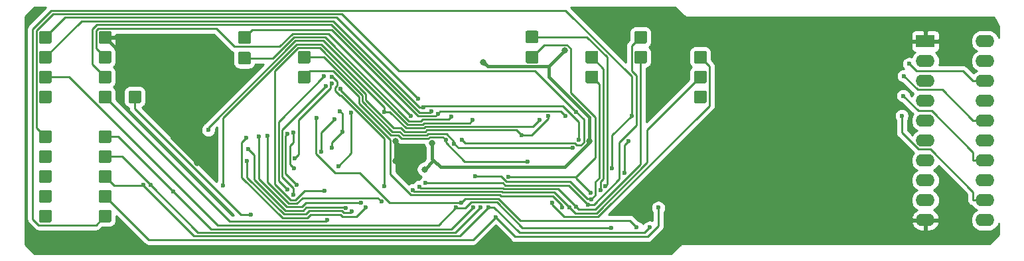
<source format=gbl>
G04 #@! TF.GenerationSoftware,KiCad,Pcbnew,(5.1.2-1)-1*
G04 #@! TF.CreationDate,2019-06-06T20:45:53+01:00*
G04 #@! TF.ProjectId,SRAM Board 2MB,5352414d-2042-46f6-9172-6420324d422e,rev?*
G04 #@! TF.SameCoordinates,Original*
G04 #@! TF.FileFunction,Copper,L2,Bot*
G04 #@! TF.FilePolarity,Positive*
%FSLAX46Y46*%
G04 Gerber Fmt 4.6, Leading zero omitted, Abs format (unit mm)*
G04 Created by KiCad (PCBNEW (5.1.2-1)-1) date 2019-06-06 20:45:53*
%MOMM*%
%LPD*%
G04 APERTURE LIST*
%ADD10C,0.100000*%
%ADD11C,1.600000*%
%ADD12O,2.400000X1.600000*%
%ADD13R,2.400000X1.600000*%
%ADD14C,0.600000*%
%ADD15C,0.800000*%
%ADD16C,0.250000*%
%ADD17C,0.381000*%
%ADD18C,0.254000*%
G04 APERTURE END LIST*
D10*
G36*
X151241603Y-96482963D02*
G01*
X151261018Y-96485843D01*
X151280057Y-96490612D01*
X151298537Y-96497224D01*
X151316279Y-96505616D01*
X151333114Y-96515706D01*
X151348879Y-96527398D01*
X151363421Y-96540579D01*
X151376602Y-96555121D01*
X151388294Y-96570886D01*
X151398384Y-96587721D01*
X151406776Y-96605463D01*
X151413388Y-96623943D01*
X151418157Y-96642982D01*
X151421037Y-96662397D01*
X151422000Y-96682000D01*
X151422000Y-97882000D01*
X151421037Y-97901603D01*
X151418157Y-97921018D01*
X151413388Y-97940057D01*
X151406776Y-97958537D01*
X151398384Y-97976279D01*
X151388294Y-97993114D01*
X151376602Y-98008879D01*
X151363421Y-98023421D01*
X151348879Y-98036602D01*
X151333114Y-98048294D01*
X151316279Y-98058384D01*
X151298537Y-98066776D01*
X151280057Y-98073388D01*
X151261018Y-98078157D01*
X151241603Y-98081037D01*
X151222000Y-98082000D01*
X150022000Y-98082000D01*
X150002397Y-98081037D01*
X149982982Y-98078157D01*
X149963943Y-98073388D01*
X149945463Y-98066776D01*
X149927721Y-98058384D01*
X149910886Y-98048294D01*
X149895121Y-98036602D01*
X149880579Y-98023421D01*
X149867398Y-98008879D01*
X149855706Y-97993114D01*
X149845616Y-97976279D01*
X149837224Y-97958537D01*
X149830612Y-97940057D01*
X149825843Y-97921018D01*
X149822963Y-97901603D01*
X149822000Y-97882000D01*
X149822000Y-96682000D01*
X149822963Y-96662397D01*
X149825843Y-96642982D01*
X149830612Y-96623943D01*
X149837224Y-96605463D01*
X149845616Y-96587721D01*
X149855706Y-96570886D01*
X149867398Y-96555121D01*
X149880579Y-96540579D01*
X149895121Y-96527398D01*
X149910886Y-96515706D01*
X149927721Y-96505616D01*
X149945463Y-96497224D01*
X149963943Y-96490612D01*
X149982982Y-96485843D01*
X150002397Y-96482963D01*
X150022000Y-96482000D01*
X151222000Y-96482000D01*
X151241603Y-96482963D01*
X151241603Y-96482963D01*
G37*
D11*
X150622000Y-97282000D03*
D10*
G36*
X151241603Y-93942963D02*
G01*
X151261018Y-93945843D01*
X151280057Y-93950612D01*
X151298537Y-93957224D01*
X151316279Y-93965616D01*
X151333114Y-93975706D01*
X151348879Y-93987398D01*
X151363421Y-94000579D01*
X151376602Y-94015121D01*
X151388294Y-94030886D01*
X151398384Y-94047721D01*
X151406776Y-94065463D01*
X151413388Y-94083943D01*
X151418157Y-94102982D01*
X151421037Y-94122397D01*
X151422000Y-94142000D01*
X151422000Y-95342000D01*
X151421037Y-95361603D01*
X151418157Y-95381018D01*
X151413388Y-95400057D01*
X151406776Y-95418537D01*
X151398384Y-95436279D01*
X151388294Y-95453114D01*
X151376602Y-95468879D01*
X151363421Y-95483421D01*
X151348879Y-95496602D01*
X151333114Y-95508294D01*
X151316279Y-95518384D01*
X151298537Y-95526776D01*
X151280057Y-95533388D01*
X151261018Y-95538157D01*
X151241603Y-95541037D01*
X151222000Y-95542000D01*
X150022000Y-95542000D01*
X150002397Y-95541037D01*
X149982982Y-95538157D01*
X149963943Y-95533388D01*
X149945463Y-95526776D01*
X149927721Y-95518384D01*
X149910886Y-95508294D01*
X149895121Y-95496602D01*
X149880579Y-95483421D01*
X149867398Y-95468879D01*
X149855706Y-95453114D01*
X149845616Y-95436279D01*
X149837224Y-95418537D01*
X149830612Y-95400057D01*
X149825843Y-95381018D01*
X149822963Y-95361603D01*
X149822000Y-95342000D01*
X149822000Y-94142000D01*
X149822963Y-94122397D01*
X149825843Y-94102982D01*
X149830612Y-94083943D01*
X149837224Y-94065463D01*
X149845616Y-94047721D01*
X149855706Y-94030886D01*
X149867398Y-94015121D01*
X149880579Y-94000579D01*
X149895121Y-93987398D01*
X149910886Y-93975706D01*
X149927721Y-93965616D01*
X149945463Y-93957224D01*
X149963943Y-93950612D01*
X149982982Y-93945843D01*
X150002397Y-93942963D01*
X150022000Y-93942000D01*
X151222000Y-93942000D01*
X151241603Y-93942963D01*
X151241603Y-93942963D01*
G37*
D11*
X150622000Y-94742000D03*
D10*
G36*
X151241603Y-91402963D02*
G01*
X151261018Y-91405843D01*
X151280057Y-91410612D01*
X151298537Y-91417224D01*
X151316279Y-91425616D01*
X151333114Y-91435706D01*
X151348879Y-91447398D01*
X151363421Y-91460579D01*
X151376602Y-91475121D01*
X151388294Y-91490886D01*
X151398384Y-91507721D01*
X151406776Y-91525463D01*
X151413388Y-91543943D01*
X151418157Y-91562982D01*
X151421037Y-91582397D01*
X151422000Y-91602000D01*
X151422000Y-92802000D01*
X151421037Y-92821603D01*
X151418157Y-92841018D01*
X151413388Y-92860057D01*
X151406776Y-92878537D01*
X151398384Y-92896279D01*
X151388294Y-92913114D01*
X151376602Y-92928879D01*
X151363421Y-92943421D01*
X151348879Y-92956602D01*
X151333114Y-92968294D01*
X151316279Y-92978384D01*
X151298537Y-92986776D01*
X151280057Y-92993388D01*
X151261018Y-92998157D01*
X151241603Y-93001037D01*
X151222000Y-93002000D01*
X150022000Y-93002000D01*
X150002397Y-93001037D01*
X149982982Y-92998157D01*
X149963943Y-92993388D01*
X149945463Y-92986776D01*
X149927721Y-92978384D01*
X149910886Y-92968294D01*
X149895121Y-92956602D01*
X149880579Y-92943421D01*
X149867398Y-92928879D01*
X149855706Y-92913114D01*
X149845616Y-92896279D01*
X149837224Y-92878537D01*
X149830612Y-92860057D01*
X149825843Y-92841018D01*
X149822963Y-92821603D01*
X149822000Y-92802000D01*
X149822000Y-91602000D01*
X149822963Y-91582397D01*
X149825843Y-91562982D01*
X149830612Y-91543943D01*
X149837224Y-91525463D01*
X149845616Y-91507721D01*
X149855706Y-91490886D01*
X149867398Y-91475121D01*
X149880579Y-91460579D01*
X149895121Y-91447398D01*
X149910886Y-91435706D01*
X149927721Y-91425616D01*
X149945463Y-91417224D01*
X149963943Y-91410612D01*
X149982982Y-91405843D01*
X150002397Y-91402963D01*
X150022000Y-91402000D01*
X151222000Y-91402000D01*
X151241603Y-91402963D01*
X151241603Y-91402963D01*
G37*
D11*
X150622000Y-92202000D03*
D10*
G36*
X151241603Y-88862963D02*
G01*
X151261018Y-88865843D01*
X151280057Y-88870612D01*
X151298537Y-88877224D01*
X151316279Y-88885616D01*
X151333114Y-88895706D01*
X151348879Y-88907398D01*
X151363421Y-88920579D01*
X151376602Y-88935121D01*
X151388294Y-88950886D01*
X151398384Y-88967721D01*
X151406776Y-88985463D01*
X151413388Y-89003943D01*
X151418157Y-89022982D01*
X151421037Y-89042397D01*
X151422000Y-89062000D01*
X151422000Y-90262000D01*
X151421037Y-90281603D01*
X151418157Y-90301018D01*
X151413388Y-90320057D01*
X151406776Y-90338537D01*
X151398384Y-90356279D01*
X151388294Y-90373114D01*
X151376602Y-90388879D01*
X151363421Y-90403421D01*
X151348879Y-90416602D01*
X151333114Y-90428294D01*
X151316279Y-90438384D01*
X151298537Y-90446776D01*
X151280057Y-90453388D01*
X151261018Y-90458157D01*
X151241603Y-90461037D01*
X151222000Y-90462000D01*
X150022000Y-90462000D01*
X150002397Y-90461037D01*
X149982982Y-90458157D01*
X149963943Y-90453388D01*
X149945463Y-90446776D01*
X149927721Y-90438384D01*
X149910886Y-90428294D01*
X149895121Y-90416602D01*
X149880579Y-90403421D01*
X149867398Y-90388879D01*
X149855706Y-90373114D01*
X149845616Y-90356279D01*
X149837224Y-90338537D01*
X149830612Y-90320057D01*
X149825843Y-90301018D01*
X149822963Y-90281603D01*
X149822000Y-90262000D01*
X149822000Y-89062000D01*
X149822963Y-89042397D01*
X149825843Y-89022982D01*
X149830612Y-89003943D01*
X149837224Y-88985463D01*
X149845616Y-88967721D01*
X149855706Y-88950886D01*
X149867398Y-88935121D01*
X149880579Y-88920579D01*
X149895121Y-88907398D01*
X149910886Y-88895706D01*
X149927721Y-88885616D01*
X149945463Y-88877224D01*
X149963943Y-88870612D01*
X149982982Y-88865843D01*
X150002397Y-88862963D01*
X150022000Y-88862000D01*
X151222000Y-88862000D01*
X151241603Y-88862963D01*
X151241603Y-88862963D01*
G37*
D11*
X150622000Y-89662000D03*
D10*
G36*
X151241603Y-86322963D02*
G01*
X151261018Y-86325843D01*
X151280057Y-86330612D01*
X151298537Y-86337224D01*
X151316279Y-86345616D01*
X151333114Y-86355706D01*
X151348879Y-86367398D01*
X151363421Y-86380579D01*
X151376602Y-86395121D01*
X151388294Y-86410886D01*
X151398384Y-86427721D01*
X151406776Y-86445463D01*
X151413388Y-86463943D01*
X151418157Y-86482982D01*
X151421037Y-86502397D01*
X151422000Y-86522000D01*
X151422000Y-87722000D01*
X151421037Y-87741603D01*
X151418157Y-87761018D01*
X151413388Y-87780057D01*
X151406776Y-87798537D01*
X151398384Y-87816279D01*
X151388294Y-87833114D01*
X151376602Y-87848879D01*
X151363421Y-87863421D01*
X151348879Y-87876602D01*
X151333114Y-87888294D01*
X151316279Y-87898384D01*
X151298537Y-87906776D01*
X151280057Y-87913388D01*
X151261018Y-87918157D01*
X151241603Y-87921037D01*
X151222000Y-87922000D01*
X150022000Y-87922000D01*
X150002397Y-87921037D01*
X149982982Y-87918157D01*
X149963943Y-87913388D01*
X149945463Y-87906776D01*
X149927721Y-87898384D01*
X149910886Y-87888294D01*
X149895121Y-87876602D01*
X149880579Y-87863421D01*
X149867398Y-87848879D01*
X149855706Y-87833114D01*
X149845616Y-87816279D01*
X149837224Y-87798537D01*
X149830612Y-87780057D01*
X149825843Y-87761018D01*
X149822963Y-87741603D01*
X149822000Y-87722000D01*
X149822000Y-86522000D01*
X149822963Y-86502397D01*
X149825843Y-86482982D01*
X149830612Y-86463943D01*
X149837224Y-86445463D01*
X149845616Y-86427721D01*
X149855706Y-86410886D01*
X149867398Y-86395121D01*
X149880579Y-86380579D01*
X149895121Y-86367398D01*
X149910886Y-86355706D01*
X149927721Y-86345616D01*
X149945463Y-86337224D01*
X149963943Y-86330612D01*
X149982982Y-86325843D01*
X150002397Y-86322963D01*
X150022000Y-86322000D01*
X151222000Y-86322000D01*
X151241603Y-86322963D01*
X151241603Y-86322963D01*
G37*
D11*
X150622000Y-87122000D03*
D10*
G36*
X155051603Y-81242963D02*
G01*
X155071018Y-81245843D01*
X155090057Y-81250612D01*
X155108537Y-81257224D01*
X155126279Y-81265616D01*
X155143114Y-81275706D01*
X155158879Y-81287398D01*
X155173421Y-81300579D01*
X155186602Y-81315121D01*
X155198294Y-81330886D01*
X155208384Y-81347721D01*
X155216776Y-81365463D01*
X155223388Y-81383943D01*
X155228157Y-81402982D01*
X155231037Y-81422397D01*
X155232000Y-81442000D01*
X155232000Y-82642000D01*
X155231037Y-82661603D01*
X155228157Y-82681018D01*
X155223388Y-82700057D01*
X155216776Y-82718537D01*
X155208384Y-82736279D01*
X155198294Y-82753114D01*
X155186602Y-82768879D01*
X155173421Y-82783421D01*
X155158879Y-82796602D01*
X155143114Y-82808294D01*
X155126279Y-82818384D01*
X155108537Y-82826776D01*
X155090057Y-82833388D01*
X155071018Y-82838157D01*
X155051603Y-82841037D01*
X155032000Y-82842000D01*
X153832000Y-82842000D01*
X153812397Y-82841037D01*
X153792982Y-82838157D01*
X153773943Y-82833388D01*
X153755463Y-82826776D01*
X153737721Y-82818384D01*
X153720886Y-82808294D01*
X153705121Y-82796602D01*
X153690579Y-82783421D01*
X153677398Y-82768879D01*
X153665706Y-82753114D01*
X153655616Y-82736279D01*
X153647224Y-82718537D01*
X153640612Y-82700057D01*
X153635843Y-82681018D01*
X153632963Y-82661603D01*
X153632000Y-82642000D01*
X153632000Y-81442000D01*
X153632963Y-81422397D01*
X153635843Y-81402982D01*
X153640612Y-81383943D01*
X153647224Y-81365463D01*
X153655616Y-81347721D01*
X153665706Y-81330886D01*
X153677398Y-81315121D01*
X153690579Y-81300579D01*
X153705121Y-81287398D01*
X153720886Y-81275706D01*
X153737721Y-81265616D01*
X153755463Y-81257224D01*
X153773943Y-81250612D01*
X153792982Y-81245843D01*
X153812397Y-81242963D01*
X153832000Y-81242000D01*
X155032000Y-81242000D01*
X155051603Y-81242963D01*
X155051603Y-81242963D01*
G37*
D11*
X154432000Y-82042000D03*
D10*
G36*
X151241603Y-81242963D02*
G01*
X151261018Y-81245843D01*
X151280057Y-81250612D01*
X151298537Y-81257224D01*
X151316279Y-81265616D01*
X151333114Y-81275706D01*
X151348879Y-81287398D01*
X151363421Y-81300579D01*
X151376602Y-81315121D01*
X151388294Y-81330886D01*
X151398384Y-81347721D01*
X151406776Y-81365463D01*
X151413388Y-81383943D01*
X151418157Y-81402982D01*
X151421037Y-81422397D01*
X151422000Y-81442000D01*
X151422000Y-82642000D01*
X151421037Y-82661603D01*
X151418157Y-82681018D01*
X151413388Y-82700057D01*
X151406776Y-82718537D01*
X151398384Y-82736279D01*
X151388294Y-82753114D01*
X151376602Y-82768879D01*
X151363421Y-82783421D01*
X151348879Y-82796602D01*
X151333114Y-82808294D01*
X151316279Y-82818384D01*
X151298537Y-82826776D01*
X151280057Y-82833388D01*
X151261018Y-82838157D01*
X151241603Y-82841037D01*
X151222000Y-82842000D01*
X150022000Y-82842000D01*
X150002397Y-82841037D01*
X149982982Y-82838157D01*
X149963943Y-82833388D01*
X149945463Y-82826776D01*
X149927721Y-82818384D01*
X149910886Y-82808294D01*
X149895121Y-82796602D01*
X149880579Y-82783421D01*
X149867398Y-82768879D01*
X149855706Y-82753114D01*
X149845616Y-82736279D01*
X149837224Y-82718537D01*
X149830612Y-82700057D01*
X149825843Y-82681018D01*
X149822963Y-82661603D01*
X149822000Y-82642000D01*
X149822000Y-81442000D01*
X149822963Y-81422397D01*
X149825843Y-81402982D01*
X149830612Y-81383943D01*
X149837224Y-81365463D01*
X149845616Y-81347721D01*
X149855706Y-81330886D01*
X149867398Y-81315121D01*
X149880579Y-81300579D01*
X149895121Y-81287398D01*
X149910886Y-81275706D01*
X149927721Y-81265616D01*
X149945463Y-81257224D01*
X149963943Y-81250612D01*
X149982982Y-81245843D01*
X150002397Y-81242963D01*
X150022000Y-81242000D01*
X151222000Y-81242000D01*
X151241603Y-81242963D01*
X151241603Y-81242963D01*
G37*
D11*
X150622000Y-82042000D03*
D10*
G36*
X227187603Y-78702963D02*
G01*
X227207018Y-78705843D01*
X227226057Y-78710612D01*
X227244537Y-78717224D01*
X227262279Y-78725616D01*
X227279114Y-78735706D01*
X227294879Y-78747398D01*
X227309421Y-78760579D01*
X227322602Y-78775121D01*
X227334294Y-78790886D01*
X227344384Y-78807721D01*
X227352776Y-78825463D01*
X227359388Y-78843943D01*
X227364157Y-78862982D01*
X227367037Y-78882397D01*
X227368000Y-78902000D01*
X227368000Y-80102000D01*
X227367037Y-80121603D01*
X227364157Y-80141018D01*
X227359388Y-80160057D01*
X227352776Y-80178537D01*
X227344384Y-80196279D01*
X227334294Y-80213114D01*
X227322602Y-80228879D01*
X227309421Y-80243421D01*
X227294879Y-80256602D01*
X227279114Y-80268294D01*
X227262279Y-80278384D01*
X227244537Y-80286776D01*
X227226057Y-80293388D01*
X227207018Y-80298157D01*
X227187603Y-80301037D01*
X227168000Y-80302000D01*
X225968000Y-80302000D01*
X225948397Y-80301037D01*
X225928982Y-80298157D01*
X225909943Y-80293388D01*
X225891463Y-80286776D01*
X225873721Y-80278384D01*
X225856886Y-80268294D01*
X225841121Y-80256602D01*
X225826579Y-80243421D01*
X225813398Y-80228879D01*
X225801706Y-80213114D01*
X225791616Y-80196279D01*
X225783224Y-80178537D01*
X225776612Y-80160057D01*
X225771843Y-80141018D01*
X225768963Y-80121603D01*
X225768000Y-80102000D01*
X225768000Y-78902000D01*
X225768963Y-78882397D01*
X225771843Y-78862982D01*
X225776612Y-78843943D01*
X225783224Y-78825463D01*
X225791616Y-78807721D01*
X225801706Y-78790886D01*
X225813398Y-78775121D01*
X225826579Y-78760579D01*
X225841121Y-78747398D01*
X225856886Y-78735706D01*
X225873721Y-78725616D01*
X225891463Y-78717224D01*
X225909943Y-78710612D01*
X225928982Y-78705843D01*
X225948397Y-78702963D01*
X225968000Y-78702000D01*
X227168000Y-78702000D01*
X227187603Y-78702963D01*
X227187603Y-78702963D01*
G37*
D11*
X226568000Y-79502000D03*
D10*
G36*
X219567603Y-76162963D02*
G01*
X219587018Y-76165843D01*
X219606057Y-76170612D01*
X219624537Y-76177224D01*
X219642279Y-76185616D01*
X219659114Y-76195706D01*
X219674879Y-76207398D01*
X219689421Y-76220579D01*
X219702602Y-76235121D01*
X219714294Y-76250886D01*
X219724384Y-76267721D01*
X219732776Y-76285463D01*
X219739388Y-76303943D01*
X219744157Y-76322982D01*
X219747037Y-76342397D01*
X219748000Y-76362000D01*
X219748000Y-77562000D01*
X219747037Y-77581603D01*
X219744157Y-77601018D01*
X219739388Y-77620057D01*
X219732776Y-77638537D01*
X219724384Y-77656279D01*
X219714294Y-77673114D01*
X219702602Y-77688879D01*
X219689421Y-77703421D01*
X219674879Y-77716602D01*
X219659114Y-77728294D01*
X219642279Y-77738384D01*
X219624537Y-77746776D01*
X219606057Y-77753388D01*
X219587018Y-77758157D01*
X219567603Y-77761037D01*
X219548000Y-77762000D01*
X218348000Y-77762000D01*
X218328397Y-77761037D01*
X218308982Y-77758157D01*
X218289943Y-77753388D01*
X218271463Y-77746776D01*
X218253721Y-77738384D01*
X218236886Y-77728294D01*
X218221121Y-77716602D01*
X218206579Y-77703421D01*
X218193398Y-77688879D01*
X218181706Y-77673114D01*
X218171616Y-77656279D01*
X218163224Y-77638537D01*
X218156612Y-77620057D01*
X218151843Y-77601018D01*
X218148963Y-77581603D01*
X218148000Y-77562000D01*
X218148000Y-76362000D01*
X218148963Y-76342397D01*
X218151843Y-76322982D01*
X218156612Y-76303943D01*
X218163224Y-76285463D01*
X218171616Y-76267721D01*
X218181706Y-76250886D01*
X218193398Y-76235121D01*
X218206579Y-76220579D01*
X218221121Y-76207398D01*
X218236886Y-76195706D01*
X218253721Y-76185616D01*
X218271463Y-76177224D01*
X218289943Y-76170612D01*
X218308982Y-76165843D01*
X218328397Y-76162963D01*
X218348000Y-76162000D01*
X219548000Y-76162000D01*
X219567603Y-76162963D01*
X219567603Y-76162963D01*
G37*
D11*
X218948000Y-76962000D03*
D10*
G36*
X227187603Y-76162963D02*
G01*
X227207018Y-76165843D01*
X227226057Y-76170612D01*
X227244537Y-76177224D01*
X227262279Y-76185616D01*
X227279114Y-76195706D01*
X227294879Y-76207398D01*
X227309421Y-76220579D01*
X227322602Y-76235121D01*
X227334294Y-76250886D01*
X227344384Y-76267721D01*
X227352776Y-76285463D01*
X227359388Y-76303943D01*
X227364157Y-76322982D01*
X227367037Y-76342397D01*
X227368000Y-76362000D01*
X227368000Y-77562000D01*
X227367037Y-77581603D01*
X227364157Y-77601018D01*
X227359388Y-77620057D01*
X227352776Y-77638537D01*
X227344384Y-77656279D01*
X227334294Y-77673114D01*
X227322602Y-77688879D01*
X227309421Y-77703421D01*
X227294879Y-77716602D01*
X227279114Y-77728294D01*
X227262279Y-77738384D01*
X227244537Y-77746776D01*
X227226057Y-77753388D01*
X227207018Y-77758157D01*
X227187603Y-77761037D01*
X227168000Y-77762000D01*
X225968000Y-77762000D01*
X225948397Y-77761037D01*
X225928982Y-77758157D01*
X225909943Y-77753388D01*
X225891463Y-77746776D01*
X225873721Y-77738384D01*
X225856886Y-77728294D01*
X225841121Y-77716602D01*
X225826579Y-77703421D01*
X225813398Y-77688879D01*
X225801706Y-77673114D01*
X225791616Y-77656279D01*
X225783224Y-77638537D01*
X225776612Y-77620057D01*
X225771843Y-77601018D01*
X225768963Y-77581603D01*
X225768000Y-77562000D01*
X225768000Y-76362000D01*
X225768963Y-76342397D01*
X225771843Y-76322982D01*
X225776612Y-76303943D01*
X225783224Y-76285463D01*
X225791616Y-76267721D01*
X225801706Y-76250886D01*
X225813398Y-76235121D01*
X225826579Y-76220579D01*
X225841121Y-76207398D01*
X225856886Y-76195706D01*
X225873721Y-76185616D01*
X225891463Y-76177224D01*
X225909943Y-76170612D01*
X225928982Y-76165843D01*
X225948397Y-76162963D01*
X225968000Y-76162000D01*
X227168000Y-76162000D01*
X227187603Y-76162963D01*
X227187603Y-76162963D01*
G37*
D11*
X226568000Y-76962000D03*
D10*
G36*
X219567603Y-73622963D02*
G01*
X219587018Y-73625843D01*
X219606057Y-73630612D01*
X219624537Y-73637224D01*
X219642279Y-73645616D01*
X219659114Y-73655706D01*
X219674879Y-73667398D01*
X219689421Y-73680579D01*
X219702602Y-73695121D01*
X219714294Y-73710886D01*
X219724384Y-73727721D01*
X219732776Y-73745463D01*
X219739388Y-73763943D01*
X219744157Y-73782982D01*
X219747037Y-73802397D01*
X219748000Y-73822000D01*
X219748000Y-75022000D01*
X219747037Y-75041603D01*
X219744157Y-75061018D01*
X219739388Y-75080057D01*
X219732776Y-75098537D01*
X219724384Y-75116279D01*
X219714294Y-75133114D01*
X219702602Y-75148879D01*
X219689421Y-75163421D01*
X219674879Y-75176602D01*
X219659114Y-75188294D01*
X219642279Y-75198384D01*
X219624537Y-75206776D01*
X219606057Y-75213388D01*
X219587018Y-75218157D01*
X219567603Y-75221037D01*
X219548000Y-75222000D01*
X218348000Y-75222000D01*
X218328397Y-75221037D01*
X218308982Y-75218157D01*
X218289943Y-75213388D01*
X218271463Y-75206776D01*
X218253721Y-75198384D01*
X218236886Y-75188294D01*
X218221121Y-75176602D01*
X218206579Y-75163421D01*
X218193398Y-75148879D01*
X218181706Y-75133114D01*
X218171616Y-75116279D01*
X218163224Y-75098537D01*
X218156612Y-75080057D01*
X218151843Y-75061018D01*
X218148963Y-75041603D01*
X218148000Y-75022000D01*
X218148000Y-73822000D01*
X218148963Y-73802397D01*
X218151843Y-73782982D01*
X218156612Y-73763943D01*
X218163224Y-73745463D01*
X218171616Y-73727721D01*
X218181706Y-73710886D01*
X218193398Y-73695121D01*
X218206579Y-73680579D01*
X218221121Y-73667398D01*
X218236886Y-73655706D01*
X218253721Y-73645616D01*
X218271463Y-73637224D01*
X218289943Y-73630612D01*
X218308982Y-73625843D01*
X218328397Y-73622963D01*
X218348000Y-73622000D01*
X219548000Y-73622000D01*
X219567603Y-73622963D01*
X219567603Y-73622963D01*
G37*
D11*
X218948000Y-74422000D03*
D10*
G36*
X213344603Y-78702963D02*
G01*
X213364018Y-78705843D01*
X213383057Y-78710612D01*
X213401537Y-78717224D01*
X213419279Y-78725616D01*
X213436114Y-78735706D01*
X213451879Y-78747398D01*
X213466421Y-78760579D01*
X213479602Y-78775121D01*
X213491294Y-78790886D01*
X213501384Y-78807721D01*
X213509776Y-78825463D01*
X213516388Y-78843943D01*
X213521157Y-78862982D01*
X213524037Y-78882397D01*
X213525000Y-78902000D01*
X213525000Y-80102000D01*
X213524037Y-80121603D01*
X213521157Y-80141018D01*
X213516388Y-80160057D01*
X213509776Y-80178537D01*
X213501384Y-80196279D01*
X213491294Y-80213114D01*
X213479602Y-80228879D01*
X213466421Y-80243421D01*
X213451879Y-80256602D01*
X213436114Y-80268294D01*
X213419279Y-80278384D01*
X213401537Y-80286776D01*
X213383057Y-80293388D01*
X213364018Y-80298157D01*
X213344603Y-80301037D01*
X213325000Y-80302000D01*
X212125000Y-80302000D01*
X212105397Y-80301037D01*
X212085982Y-80298157D01*
X212066943Y-80293388D01*
X212048463Y-80286776D01*
X212030721Y-80278384D01*
X212013886Y-80268294D01*
X211998121Y-80256602D01*
X211983579Y-80243421D01*
X211970398Y-80228879D01*
X211958706Y-80213114D01*
X211948616Y-80196279D01*
X211940224Y-80178537D01*
X211933612Y-80160057D01*
X211928843Y-80141018D01*
X211925963Y-80121603D01*
X211925000Y-80102000D01*
X211925000Y-78902000D01*
X211925963Y-78882397D01*
X211928843Y-78862982D01*
X211933612Y-78843943D01*
X211940224Y-78825463D01*
X211948616Y-78807721D01*
X211958706Y-78790886D01*
X211970398Y-78775121D01*
X211983579Y-78760579D01*
X211998121Y-78747398D01*
X212013886Y-78735706D01*
X212030721Y-78725616D01*
X212048463Y-78717224D01*
X212066943Y-78710612D01*
X212085982Y-78705843D01*
X212105397Y-78702963D01*
X212125000Y-78702000D01*
X213325000Y-78702000D01*
X213344603Y-78702963D01*
X213344603Y-78702963D01*
G37*
D11*
X212725000Y-79502000D03*
D10*
G36*
X205724603Y-76162963D02*
G01*
X205744018Y-76165843D01*
X205763057Y-76170612D01*
X205781537Y-76177224D01*
X205799279Y-76185616D01*
X205816114Y-76195706D01*
X205831879Y-76207398D01*
X205846421Y-76220579D01*
X205859602Y-76235121D01*
X205871294Y-76250886D01*
X205881384Y-76267721D01*
X205889776Y-76285463D01*
X205896388Y-76303943D01*
X205901157Y-76322982D01*
X205904037Y-76342397D01*
X205905000Y-76362000D01*
X205905000Y-77562000D01*
X205904037Y-77581603D01*
X205901157Y-77601018D01*
X205896388Y-77620057D01*
X205889776Y-77638537D01*
X205881384Y-77656279D01*
X205871294Y-77673114D01*
X205859602Y-77688879D01*
X205846421Y-77703421D01*
X205831879Y-77716602D01*
X205816114Y-77728294D01*
X205799279Y-77738384D01*
X205781537Y-77746776D01*
X205763057Y-77753388D01*
X205744018Y-77758157D01*
X205724603Y-77761037D01*
X205705000Y-77762000D01*
X204505000Y-77762000D01*
X204485397Y-77761037D01*
X204465982Y-77758157D01*
X204446943Y-77753388D01*
X204428463Y-77746776D01*
X204410721Y-77738384D01*
X204393886Y-77728294D01*
X204378121Y-77716602D01*
X204363579Y-77703421D01*
X204350398Y-77688879D01*
X204338706Y-77673114D01*
X204328616Y-77656279D01*
X204320224Y-77638537D01*
X204313612Y-77620057D01*
X204308843Y-77601018D01*
X204305963Y-77581603D01*
X204305000Y-77562000D01*
X204305000Y-76362000D01*
X204305963Y-76342397D01*
X204308843Y-76322982D01*
X204313612Y-76303943D01*
X204320224Y-76285463D01*
X204328616Y-76267721D01*
X204338706Y-76250886D01*
X204350398Y-76235121D01*
X204363579Y-76220579D01*
X204378121Y-76207398D01*
X204393886Y-76195706D01*
X204410721Y-76185616D01*
X204428463Y-76177224D01*
X204446943Y-76170612D01*
X204465982Y-76165843D01*
X204485397Y-76162963D01*
X204505000Y-76162000D01*
X205705000Y-76162000D01*
X205724603Y-76162963D01*
X205724603Y-76162963D01*
G37*
D11*
X205105000Y-76962000D03*
D10*
G36*
X213344603Y-76162963D02*
G01*
X213364018Y-76165843D01*
X213383057Y-76170612D01*
X213401537Y-76177224D01*
X213419279Y-76185616D01*
X213436114Y-76195706D01*
X213451879Y-76207398D01*
X213466421Y-76220579D01*
X213479602Y-76235121D01*
X213491294Y-76250886D01*
X213501384Y-76267721D01*
X213509776Y-76285463D01*
X213516388Y-76303943D01*
X213521157Y-76322982D01*
X213524037Y-76342397D01*
X213525000Y-76362000D01*
X213525000Y-77562000D01*
X213524037Y-77581603D01*
X213521157Y-77601018D01*
X213516388Y-77620057D01*
X213509776Y-77638537D01*
X213501384Y-77656279D01*
X213491294Y-77673114D01*
X213479602Y-77688879D01*
X213466421Y-77703421D01*
X213451879Y-77716602D01*
X213436114Y-77728294D01*
X213419279Y-77738384D01*
X213401537Y-77746776D01*
X213383057Y-77753388D01*
X213364018Y-77758157D01*
X213344603Y-77761037D01*
X213325000Y-77762000D01*
X212125000Y-77762000D01*
X212105397Y-77761037D01*
X212085982Y-77758157D01*
X212066943Y-77753388D01*
X212048463Y-77746776D01*
X212030721Y-77738384D01*
X212013886Y-77728294D01*
X211998121Y-77716602D01*
X211983579Y-77703421D01*
X211970398Y-77688879D01*
X211958706Y-77673114D01*
X211948616Y-77656279D01*
X211940224Y-77638537D01*
X211933612Y-77620057D01*
X211928843Y-77601018D01*
X211925963Y-77581603D01*
X211925000Y-77562000D01*
X211925000Y-76362000D01*
X211925963Y-76342397D01*
X211928843Y-76322982D01*
X211933612Y-76303943D01*
X211940224Y-76285463D01*
X211948616Y-76267721D01*
X211958706Y-76250886D01*
X211970398Y-76235121D01*
X211983579Y-76220579D01*
X211998121Y-76207398D01*
X212013886Y-76195706D01*
X212030721Y-76185616D01*
X212048463Y-76177224D01*
X212066943Y-76170612D01*
X212085982Y-76165843D01*
X212105397Y-76162963D01*
X212125000Y-76162000D01*
X213325000Y-76162000D01*
X213344603Y-76162963D01*
X213344603Y-76162963D01*
G37*
D11*
X212725000Y-76962000D03*
D10*
G36*
X205699603Y-73597563D02*
G01*
X205719018Y-73600443D01*
X205738057Y-73605212D01*
X205756537Y-73611824D01*
X205774279Y-73620216D01*
X205791114Y-73630306D01*
X205806879Y-73641998D01*
X205821421Y-73655179D01*
X205834602Y-73669721D01*
X205846294Y-73685486D01*
X205856384Y-73702321D01*
X205864776Y-73720063D01*
X205871388Y-73738543D01*
X205876157Y-73757582D01*
X205879037Y-73776997D01*
X205880000Y-73796600D01*
X205880000Y-74996600D01*
X205879037Y-75016203D01*
X205876157Y-75035618D01*
X205871388Y-75054657D01*
X205864776Y-75073137D01*
X205856384Y-75090879D01*
X205846294Y-75107714D01*
X205834602Y-75123479D01*
X205821421Y-75138021D01*
X205806879Y-75151202D01*
X205791114Y-75162894D01*
X205774279Y-75172984D01*
X205756537Y-75181376D01*
X205738057Y-75187988D01*
X205719018Y-75192757D01*
X205699603Y-75195637D01*
X205680000Y-75196600D01*
X204480000Y-75196600D01*
X204460397Y-75195637D01*
X204440982Y-75192757D01*
X204421943Y-75187988D01*
X204403463Y-75181376D01*
X204385721Y-75172984D01*
X204368886Y-75162894D01*
X204353121Y-75151202D01*
X204338579Y-75138021D01*
X204325398Y-75123479D01*
X204313706Y-75107714D01*
X204303616Y-75090879D01*
X204295224Y-75073137D01*
X204288612Y-75054657D01*
X204283843Y-75035618D01*
X204280963Y-75016203D01*
X204280000Y-74996600D01*
X204280000Y-73796600D01*
X204280963Y-73776997D01*
X204283843Y-73757582D01*
X204288612Y-73738543D01*
X204295224Y-73720063D01*
X204303616Y-73702321D01*
X204313706Y-73685486D01*
X204325398Y-73669721D01*
X204338579Y-73655179D01*
X204353121Y-73641998D01*
X204368886Y-73630306D01*
X204385721Y-73620216D01*
X204403463Y-73611824D01*
X204421943Y-73605212D01*
X204440982Y-73600443D01*
X204460397Y-73597563D01*
X204480000Y-73596600D01*
X205680000Y-73596600D01*
X205699603Y-73597563D01*
X205699603Y-73597563D01*
G37*
D11*
X205080000Y-74396600D03*
D10*
G36*
X176641603Y-78702963D02*
G01*
X176661018Y-78705843D01*
X176680057Y-78710612D01*
X176698537Y-78717224D01*
X176716279Y-78725616D01*
X176733114Y-78735706D01*
X176748879Y-78747398D01*
X176763421Y-78760579D01*
X176776602Y-78775121D01*
X176788294Y-78790886D01*
X176798384Y-78807721D01*
X176806776Y-78825463D01*
X176813388Y-78843943D01*
X176818157Y-78862982D01*
X176821037Y-78882397D01*
X176822000Y-78902000D01*
X176822000Y-80102000D01*
X176821037Y-80121603D01*
X176818157Y-80141018D01*
X176813388Y-80160057D01*
X176806776Y-80178537D01*
X176798384Y-80196279D01*
X176788294Y-80213114D01*
X176776602Y-80228879D01*
X176763421Y-80243421D01*
X176748879Y-80256602D01*
X176733114Y-80268294D01*
X176716279Y-80278384D01*
X176698537Y-80286776D01*
X176680057Y-80293388D01*
X176661018Y-80298157D01*
X176641603Y-80301037D01*
X176622000Y-80302000D01*
X175422000Y-80302000D01*
X175402397Y-80301037D01*
X175382982Y-80298157D01*
X175363943Y-80293388D01*
X175345463Y-80286776D01*
X175327721Y-80278384D01*
X175310886Y-80268294D01*
X175295121Y-80256602D01*
X175280579Y-80243421D01*
X175267398Y-80228879D01*
X175255706Y-80213114D01*
X175245616Y-80196279D01*
X175237224Y-80178537D01*
X175230612Y-80160057D01*
X175225843Y-80141018D01*
X175222963Y-80121603D01*
X175222000Y-80102000D01*
X175222000Y-78902000D01*
X175222963Y-78882397D01*
X175225843Y-78862982D01*
X175230612Y-78843943D01*
X175237224Y-78825463D01*
X175245616Y-78807721D01*
X175255706Y-78790886D01*
X175267398Y-78775121D01*
X175280579Y-78760579D01*
X175295121Y-78747398D01*
X175310886Y-78735706D01*
X175327721Y-78725616D01*
X175345463Y-78717224D01*
X175363943Y-78710612D01*
X175382982Y-78705843D01*
X175402397Y-78702963D01*
X175422000Y-78702000D01*
X176622000Y-78702000D01*
X176641603Y-78702963D01*
X176641603Y-78702963D01*
G37*
D11*
X176022000Y-79502000D03*
D10*
G36*
X169021603Y-76289963D02*
G01*
X169041018Y-76292843D01*
X169060057Y-76297612D01*
X169078537Y-76304224D01*
X169096279Y-76312616D01*
X169113114Y-76322706D01*
X169128879Y-76334398D01*
X169143421Y-76347579D01*
X169156602Y-76362121D01*
X169168294Y-76377886D01*
X169178384Y-76394721D01*
X169186776Y-76412463D01*
X169193388Y-76430943D01*
X169198157Y-76449982D01*
X169201037Y-76469397D01*
X169202000Y-76489000D01*
X169202000Y-77689000D01*
X169201037Y-77708603D01*
X169198157Y-77728018D01*
X169193388Y-77747057D01*
X169186776Y-77765537D01*
X169178384Y-77783279D01*
X169168294Y-77800114D01*
X169156602Y-77815879D01*
X169143421Y-77830421D01*
X169128879Y-77843602D01*
X169113114Y-77855294D01*
X169096279Y-77865384D01*
X169078537Y-77873776D01*
X169060057Y-77880388D01*
X169041018Y-77885157D01*
X169021603Y-77888037D01*
X169002000Y-77889000D01*
X167802000Y-77889000D01*
X167782397Y-77888037D01*
X167762982Y-77885157D01*
X167743943Y-77880388D01*
X167725463Y-77873776D01*
X167707721Y-77865384D01*
X167690886Y-77855294D01*
X167675121Y-77843602D01*
X167660579Y-77830421D01*
X167647398Y-77815879D01*
X167635706Y-77800114D01*
X167625616Y-77783279D01*
X167617224Y-77765537D01*
X167610612Y-77747057D01*
X167605843Y-77728018D01*
X167602963Y-77708603D01*
X167602000Y-77689000D01*
X167602000Y-76489000D01*
X167602963Y-76469397D01*
X167605843Y-76449982D01*
X167610612Y-76430943D01*
X167617224Y-76412463D01*
X167625616Y-76394721D01*
X167635706Y-76377886D01*
X167647398Y-76362121D01*
X167660579Y-76347579D01*
X167675121Y-76334398D01*
X167690886Y-76322706D01*
X167707721Y-76312616D01*
X167725463Y-76304224D01*
X167743943Y-76297612D01*
X167762982Y-76292843D01*
X167782397Y-76289963D01*
X167802000Y-76289000D01*
X169002000Y-76289000D01*
X169021603Y-76289963D01*
X169021603Y-76289963D01*
G37*
D11*
X168402000Y-77089000D03*
D10*
G36*
X176641603Y-76162963D02*
G01*
X176661018Y-76165843D01*
X176680057Y-76170612D01*
X176698537Y-76177224D01*
X176716279Y-76185616D01*
X176733114Y-76195706D01*
X176748879Y-76207398D01*
X176763421Y-76220579D01*
X176776602Y-76235121D01*
X176788294Y-76250886D01*
X176798384Y-76267721D01*
X176806776Y-76285463D01*
X176813388Y-76303943D01*
X176818157Y-76322982D01*
X176821037Y-76342397D01*
X176822000Y-76362000D01*
X176822000Y-77562000D01*
X176821037Y-77581603D01*
X176818157Y-77601018D01*
X176813388Y-77620057D01*
X176806776Y-77638537D01*
X176798384Y-77656279D01*
X176788294Y-77673114D01*
X176776602Y-77688879D01*
X176763421Y-77703421D01*
X176748879Y-77716602D01*
X176733114Y-77728294D01*
X176716279Y-77738384D01*
X176698537Y-77746776D01*
X176680057Y-77753388D01*
X176661018Y-77758157D01*
X176641603Y-77761037D01*
X176622000Y-77762000D01*
X175422000Y-77762000D01*
X175402397Y-77761037D01*
X175382982Y-77758157D01*
X175363943Y-77753388D01*
X175345463Y-77746776D01*
X175327721Y-77738384D01*
X175310886Y-77728294D01*
X175295121Y-77716602D01*
X175280579Y-77703421D01*
X175267398Y-77688879D01*
X175255706Y-77673114D01*
X175245616Y-77656279D01*
X175237224Y-77638537D01*
X175230612Y-77620057D01*
X175225843Y-77601018D01*
X175222963Y-77581603D01*
X175222000Y-77562000D01*
X175222000Y-76362000D01*
X175222963Y-76342397D01*
X175225843Y-76322982D01*
X175230612Y-76303943D01*
X175237224Y-76285463D01*
X175245616Y-76267721D01*
X175255706Y-76250886D01*
X175267398Y-76235121D01*
X175280579Y-76220579D01*
X175295121Y-76207398D01*
X175310886Y-76195706D01*
X175327721Y-76185616D01*
X175345463Y-76177224D01*
X175363943Y-76170612D01*
X175382982Y-76165843D01*
X175402397Y-76162963D01*
X175422000Y-76162000D01*
X176622000Y-76162000D01*
X176641603Y-76162963D01*
X176641603Y-76162963D01*
G37*
D11*
X176022000Y-76962000D03*
D10*
G36*
X169021603Y-73673963D02*
G01*
X169041018Y-73676843D01*
X169060057Y-73681612D01*
X169078537Y-73688224D01*
X169096279Y-73696616D01*
X169113114Y-73706706D01*
X169128879Y-73718398D01*
X169143421Y-73731579D01*
X169156602Y-73746121D01*
X169168294Y-73761886D01*
X169178384Y-73778721D01*
X169186776Y-73796463D01*
X169193388Y-73814943D01*
X169198157Y-73833982D01*
X169201037Y-73853397D01*
X169202000Y-73873000D01*
X169202000Y-75073000D01*
X169201037Y-75092603D01*
X169198157Y-75112018D01*
X169193388Y-75131057D01*
X169186776Y-75149537D01*
X169178384Y-75167279D01*
X169168294Y-75184114D01*
X169156602Y-75199879D01*
X169143421Y-75214421D01*
X169128879Y-75227602D01*
X169113114Y-75239294D01*
X169096279Y-75249384D01*
X169078537Y-75257776D01*
X169060057Y-75264388D01*
X169041018Y-75269157D01*
X169021603Y-75272037D01*
X169002000Y-75273000D01*
X167802000Y-75273000D01*
X167782397Y-75272037D01*
X167762982Y-75269157D01*
X167743943Y-75264388D01*
X167725463Y-75257776D01*
X167707721Y-75249384D01*
X167690886Y-75239294D01*
X167675121Y-75227602D01*
X167660579Y-75214421D01*
X167647398Y-75199879D01*
X167635706Y-75184114D01*
X167625616Y-75167279D01*
X167617224Y-75149537D01*
X167610612Y-75131057D01*
X167605843Y-75112018D01*
X167602963Y-75092603D01*
X167602000Y-75073000D01*
X167602000Y-73873000D01*
X167602963Y-73853397D01*
X167605843Y-73833982D01*
X167610612Y-73814943D01*
X167617224Y-73796463D01*
X167625616Y-73778721D01*
X167635706Y-73761886D01*
X167647398Y-73746121D01*
X167660579Y-73731579D01*
X167675121Y-73718398D01*
X167690886Y-73706706D01*
X167707721Y-73696616D01*
X167725463Y-73688224D01*
X167743943Y-73681612D01*
X167762982Y-73676843D01*
X167782397Y-73673963D01*
X167802000Y-73673000D01*
X169002000Y-73673000D01*
X169021603Y-73673963D01*
X169021603Y-73673963D01*
G37*
D11*
X168402000Y-74473000D03*
D10*
G36*
X151241603Y-78702963D02*
G01*
X151261018Y-78705843D01*
X151280057Y-78710612D01*
X151298537Y-78717224D01*
X151316279Y-78725616D01*
X151333114Y-78735706D01*
X151348879Y-78747398D01*
X151363421Y-78760579D01*
X151376602Y-78775121D01*
X151388294Y-78790886D01*
X151398384Y-78807721D01*
X151406776Y-78825463D01*
X151413388Y-78843943D01*
X151418157Y-78862982D01*
X151421037Y-78882397D01*
X151422000Y-78902000D01*
X151422000Y-80102000D01*
X151421037Y-80121603D01*
X151418157Y-80141018D01*
X151413388Y-80160057D01*
X151406776Y-80178537D01*
X151398384Y-80196279D01*
X151388294Y-80213114D01*
X151376602Y-80228879D01*
X151363421Y-80243421D01*
X151348879Y-80256602D01*
X151333114Y-80268294D01*
X151316279Y-80278384D01*
X151298537Y-80286776D01*
X151280057Y-80293388D01*
X151261018Y-80298157D01*
X151241603Y-80301037D01*
X151222000Y-80302000D01*
X150022000Y-80302000D01*
X150002397Y-80301037D01*
X149982982Y-80298157D01*
X149963943Y-80293388D01*
X149945463Y-80286776D01*
X149927721Y-80278384D01*
X149910886Y-80268294D01*
X149895121Y-80256602D01*
X149880579Y-80243421D01*
X149867398Y-80228879D01*
X149855706Y-80213114D01*
X149845616Y-80196279D01*
X149837224Y-80178537D01*
X149830612Y-80160057D01*
X149825843Y-80141018D01*
X149822963Y-80121603D01*
X149822000Y-80102000D01*
X149822000Y-78902000D01*
X149822963Y-78882397D01*
X149825843Y-78862982D01*
X149830612Y-78843943D01*
X149837224Y-78825463D01*
X149845616Y-78807721D01*
X149855706Y-78790886D01*
X149867398Y-78775121D01*
X149880579Y-78760579D01*
X149895121Y-78747398D01*
X149910886Y-78735706D01*
X149927721Y-78725616D01*
X149945463Y-78717224D01*
X149963943Y-78710612D01*
X149982982Y-78705843D01*
X150002397Y-78702963D01*
X150022000Y-78702000D01*
X151222000Y-78702000D01*
X151241603Y-78702963D01*
X151241603Y-78702963D01*
G37*
D11*
X150622000Y-79502000D03*
D10*
G36*
X143621603Y-76162963D02*
G01*
X143641018Y-76165843D01*
X143660057Y-76170612D01*
X143678537Y-76177224D01*
X143696279Y-76185616D01*
X143713114Y-76195706D01*
X143728879Y-76207398D01*
X143743421Y-76220579D01*
X143756602Y-76235121D01*
X143768294Y-76250886D01*
X143778384Y-76267721D01*
X143786776Y-76285463D01*
X143793388Y-76303943D01*
X143798157Y-76322982D01*
X143801037Y-76342397D01*
X143802000Y-76362000D01*
X143802000Y-77562000D01*
X143801037Y-77581603D01*
X143798157Y-77601018D01*
X143793388Y-77620057D01*
X143786776Y-77638537D01*
X143778384Y-77656279D01*
X143768294Y-77673114D01*
X143756602Y-77688879D01*
X143743421Y-77703421D01*
X143728879Y-77716602D01*
X143713114Y-77728294D01*
X143696279Y-77738384D01*
X143678537Y-77746776D01*
X143660057Y-77753388D01*
X143641018Y-77758157D01*
X143621603Y-77761037D01*
X143602000Y-77762000D01*
X142402000Y-77762000D01*
X142382397Y-77761037D01*
X142362982Y-77758157D01*
X142343943Y-77753388D01*
X142325463Y-77746776D01*
X142307721Y-77738384D01*
X142290886Y-77728294D01*
X142275121Y-77716602D01*
X142260579Y-77703421D01*
X142247398Y-77688879D01*
X142235706Y-77673114D01*
X142225616Y-77656279D01*
X142217224Y-77638537D01*
X142210612Y-77620057D01*
X142205843Y-77601018D01*
X142202963Y-77581603D01*
X142202000Y-77562000D01*
X142202000Y-76362000D01*
X142202963Y-76342397D01*
X142205843Y-76322982D01*
X142210612Y-76303943D01*
X142217224Y-76285463D01*
X142225616Y-76267721D01*
X142235706Y-76250886D01*
X142247398Y-76235121D01*
X142260579Y-76220579D01*
X142275121Y-76207398D01*
X142290886Y-76195706D01*
X142307721Y-76185616D01*
X142325463Y-76177224D01*
X142343943Y-76170612D01*
X142362982Y-76165843D01*
X142382397Y-76162963D01*
X142402000Y-76162000D01*
X143602000Y-76162000D01*
X143621603Y-76162963D01*
X143621603Y-76162963D01*
G37*
D11*
X143002000Y-76962000D03*
D10*
G36*
X151241603Y-76162963D02*
G01*
X151261018Y-76165843D01*
X151280057Y-76170612D01*
X151298537Y-76177224D01*
X151316279Y-76185616D01*
X151333114Y-76195706D01*
X151348879Y-76207398D01*
X151363421Y-76220579D01*
X151376602Y-76235121D01*
X151388294Y-76250886D01*
X151398384Y-76267721D01*
X151406776Y-76285463D01*
X151413388Y-76303943D01*
X151418157Y-76322982D01*
X151421037Y-76342397D01*
X151422000Y-76362000D01*
X151422000Y-77562000D01*
X151421037Y-77581603D01*
X151418157Y-77601018D01*
X151413388Y-77620057D01*
X151406776Y-77638537D01*
X151398384Y-77656279D01*
X151388294Y-77673114D01*
X151376602Y-77688879D01*
X151363421Y-77703421D01*
X151348879Y-77716602D01*
X151333114Y-77728294D01*
X151316279Y-77738384D01*
X151298537Y-77746776D01*
X151280057Y-77753388D01*
X151261018Y-77758157D01*
X151241603Y-77761037D01*
X151222000Y-77762000D01*
X150022000Y-77762000D01*
X150002397Y-77761037D01*
X149982982Y-77758157D01*
X149963943Y-77753388D01*
X149945463Y-77746776D01*
X149927721Y-77738384D01*
X149910886Y-77728294D01*
X149895121Y-77716602D01*
X149880579Y-77703421D01*
X149867398Y-77688879D01*
X149855706Y-77673114D01*
X149845616Y-77656279D01*
X149837224Y-77638537D01*
X149830612Y-77620057D01*
X149825843Y-77601018D01*
X149822963Y-77581603D01*
X149822000Y-77562000D01*
X149822000Y-76362000D01*
X149822963Y-76342397D01*
X149825843Y-76322982D01*
X149830612Y-76303943D01*
X149837224Y-76285463D01*
X149845616Y-76267721D01*
X149855706Y-76250886D01*
X149867398Y-76235121D01*
X149880579Y-76220579D01*
X149895121Y-76207398D01*
X149910886Y-76195706D01*
X149927721Y-76185616D01*
X149945463Y-76177224D01*
X149963943Y-76170612D01*
X149982982Y-76165843D01*
X150002397Y-76162963D01*
X150022000Y-76162000D01*
X151222000Y-76162000D01*
X151241603Y-76162963D01*
X151241603Y-76162963D01*
G37*
D11*
X150622000Y-76962000D03*
D10*
G36*
X143621603Y-73622963D02*
G01*
X143641018Y-73625843D01*
X143660057Y-73630612D01*
X143678537Y-73637224D01*
X143696279Y-73645616D01*
X143713114Y-73655706D01*
X143728879Y-73667398D01*
X143743421Y-73680579D01*
X143756602Y-73695121D01*
X143768294Y-73710886D01*
X143778384Y-73727721D01*
X143786776Y-73745463D01*
X143793388Y-73763943D01*
X143798157Y-73782982D01*
X143801037Y-73802397D01*
X143802000Y-73822000D01*
X143802000Y-75022000D01*
X143801037Y-75041603D01*
X143798157Y-75061018D01*
X143793388Y-75080057D01*
X143786776Y-75098537D01*
X143778384Y-75116279D01*
X143768294Y-75133114D01*
X143756602Y-75148879D01*
X143743421Y-75163421D01*
X143728879Y-75176602D01*
X143713114Y-75188294D01*
X143696279Y-75198384D01*
X143678537Y-75206776D01*
X143660057Y-75213388D01*
X143641018Y-75218157D01*
X143621603Y-75221037D01*
X143602000Y-75222000D01*
X142402000Y-75222000D01*
X142382397Y-75221037D01*
X142362982Y-75218157D01*
X142343943Y-75213388D01*
X142325463Y-75206776D01*
X142307721Y-75198384D01*
X142290886Y-75188294D01*
X142275121Y-75176602D01*
X142260579Y-75163421D01*
X142247398Y-75148879D01*
X142235706Y-75133114D01*
X142225616Y-75116279D01*
X142217224Y-75098537D01*
X142210612Y-75080057D01*
X142205843Y-75061018D01*
X142202963Y-75041603D01*
X142202000Y-75022000D01*
X142202000Y-73822000D01*
X142202963Y-73802397D01*
X142205843Y-73782982D01*
X142210612Y-73763943D01*
X142217224Y-73745463D01*
X142225616Y-73727721D01*
X142235706Y-73710886D01*
X142247398Y-73695121D01*
X142260579Y-73680579D01*
X142275121Y-73667398D01*
X142290886Y-73655706D01*
X142307721Y-73645616D01*
X142325463Y-73637224D01*
X142343943Y-73630612D01*
X142362982Y-73625843D01*
X142382397Y-73622963D01*
X142402000Y-73622000D01*
X143602000Y-73622000D01*
X143621603Y-73622963D01*
X143621603Y-73622963D01*
G37*
D11*
X143002000Y-74422000D03*
D10*
G36*
X143621603Y-81242963D02*
G01*
X143641018Y-81245843D01*
X143660057Y-81250612D01*
X143678537Y-81257224D01*
X143696279Y-81265616D01*
X143713114Y-81275706D01*
X143728879Y-81287398D01*
X143743421Y-81300579D01*
X143756602Y-81315121D01*
X143768294Y-81330886D01*
X143778384Y-81347721D01*
X143786776Y-81365463D01*
X143793388Y-81383943D01*
X143798157Y-81402982D01*
X143801037Y-81422397D01*
X143802000Y-81442000D01*
X143802000Y-82642000D01*
X143801037Y-82661603D01*
X143798157Y-82681018D01*
X143793388Y-82700057D01*
X143786776Y-82718537D01*
X143778384Y-82736279D01*
X143768294Y-82753114D01*
X143756602Y-82768879D01*
X143743421Y-82783421D01*
X143728879Y-82796602D01*
X143713114Y-82808294D01*
X143696279Y-82818384D01*
X143678537Y-82826776D01*
X143660057Y-82833388D01*
X143641018Y-82838157D01*
X143621603Y-82841037D01*
X143602000Y-82842000D01*
X142402000Y-82842000D01*
X142382397Y-82841037D01*
X142362982Y-82838157D01*
X142343943Y-82833388D01*
X142325463Y-82826776D01*
X142307721Y-82818384D01*
X142290886Y-82808294D01*
X142275121Y-82796602D01*
X142260579Y-82783421D01*
X142247398Y-82768879D01*
X142235706Y-82753114D01*
X142225616Y-82736279D01*
X142217224Y-82718537D01*
X142210612Y-82700057D01*
X142205843Y-82681018D01*
X142202963Y-82661603D01*
X142202000Y-82642000D01*
X142202000Y-81442000D01*
X142202963Y-81422397D01*
X142205843Y-81402982D01*
X142210612Y-81383943D01*
X142217224Y-81365463D01*
X142225616Y-81347721D01*
X142235706Y-81330886D01*
X142247398Y-81315121D01*
X142260579Y-81300579D01*
X142275121Y-81287398D01*
X142290886Y-81275706D01*
X142307721Y-81265616D01*
X142325463Y-81257224D01*
X142343943Y-81250612D01*
X142362982Y-81245843D01*
X142382397Y-81242963D01*
X142402000Y-81242000D01*
X143602000Y-81242000D01*
X143621603Y-81242963D01*
X143621603Y-81242963D01*
G37*
D11*
X143002000Y-82042000D03*
D10*
G36*
X143621603Y-96482963D02*
G01*
X143641018Y-96485843D01*
X143660057Y-96490612D01*
X143678537Y-96497224D01*
X143696279Y-96505616D01*
X143713114Y-96515706D01*
X143728879Y-96527398D01*
X143743421Y-96540579D01*
X143756602Y-96555121D01*
X143768294Y-96570886D01*
X143778384Y-96587721D01*
X143786776Y-96605463D01*
X143793388Y-96623943D01*
X143798157Y-96642982D01*
X143801037Y-96662397D01*
X143802000Y-96682000D01*
X143802000Y-97882000D01*
X143801037Y-97901603D01*
X143798157Y-97921018D01*
X143793388Y-97940057D01*
X143786776Y-97958537D01*
X143778384Y-97976279D01*
X143768294Y-97993114D01*
X143756602Y-98008879D01*
X143743421Y-98023421D01*
X143728879Y-98036602D01*
X143713114Y-98048294D01*
X143696279Y-98058384D01*
X143678537Y-98066776D01*
X143660057Y-98073388D01*
X143641018Y-98078157D01*
X143621603Y-98081037D01*
X143602000Y-98082000D01*
X142402000Y-98082000D01*
X142382397Y-98081037D01*
X142362982Y-98078157D01*
X142343943Y-98073388D01*
X142325463Y-98066776D01*
X142307721Y-98058384D01*
X142290886Y-98048294D01*
X142275121Y-98036602D01*
X142260579Y-98023421D01*
X142247398Y-98008879D01*
X142235706Y-97993114D01*
X142225616Y-97976279D01*
X142217224Y-97958537D01*
X142210612Y-97940057D01*
X142205843Y-97921018D01*
X142202963Y-97901603D01*
X142202000Y-97882000D01*
X142202000Y-96682000D01*
X142202963Y-96662397D01*
X142205843Y-96642982D01*
X142210612Y-96623943D01*
X142217224Y-96605463D01*
X142225616Y-96587721D01*
X142235706Y-96570886D01*
X142247398Y-96555121D01*
X142260579Y-96540579D01*
X142275121Y-96527398D01*
X142290886Y-96515706D01*
X142307721Y-96505616D01*
X142325463Y-96497224D01*
X142343943Y-96490612D01*
X142362982Y-96485843D01*
X142382397Y-96482963D01*
X142402000Y-96482000D01*
X143602000Y-96482000D01*
X143621603Y-96482963D01*
X143621603Y-96482963D01*
G37*
D11*
X143002000Y-97282000D03*
D10*
G36*
X151241603Y-73622963D02*
G01*
X151261018Y-73625843D01*
X151280057Y-73630612D01*
X151298537Y-73637224D01*
X151316279Y-73645616D01*
X151333114Y-73655706D01*
X151348879Y-73667398D01*
X151363421Y-73680579D01*
X151376602Y-73695121D01*
X151388294Y-73710886D01*
X151398384Y-73727721D01*
X151406776Y-73745463D01*
X151413388Y-73763943D01*
X151418157Y-73782982D01*
X151421037Y-73802397D01*
X151422000Y-73822000D01*
X151422000Y-75022000D01*
X151421037Y-75041603D01*
X151418157Y-75061018D01*
X151413388Y-75080057D01*
X151406776Y-75098537D01*
X151398384Y-75116279D01*
X151388294Y-75133114D01*
X151376602Y-75148879D01*
X151363421Y-75163421D01*
X151348879Y-75176602D01*
X151333114Y-75188294D01*
X151316279Y-75198384D01*
X151298537Y-75206776D01*
X151280057Y-75213388D01*
X151261018Y-75218157D01*
X151241603Y-75221037D01*
X151222000Y-75222000D01*
X150022000Y-75222000D01*
X150002397Y-75221037D01*
X149982982Y-75218157D01*
X149963943Y-75213388D01*
X149945463Y-75206776D01*
X149927721Y-75198384D01*
X149910886Y-75188294D01*
X149895121Y-75176602D01*
X149880579Y-75163421D01*
X149867398Y-75148879D01*
X149855706Y-75133114D01*
X149845616Y-75116279D01*
X149837224Y-75098537D01*
X149830612Y-75080057D01*
X149825843Y-75061018D01*
X149822963Y-75041603D01*
X149822000Y-75022000D01*
X149822000Y-73822000D01*
X149822963Y-73802397D01*
X149825843Y-73782982D01*
X149830612Y-73763943D01*
X149837224Y-73745463D01*
X149845616Y-73727721D01*
X149855706Y-73710886D01*
X149867398Y-73695121D01*
X149880579Y-73680579D01*
X149895121Y-73667398D01*
X149910886Y-73655706D01*
X149927721Y-73645616D01*
X149945463Y-73637224D01*
X149963943Y-73630612D01*
X149982982Y-73625843D01*
X150002397Y-73622963D01*
X150022000Y-73622000D01*
X151222000Y-73622000D01*
X151241603Y-73622963D01*
X151241603Y-73622963D01*
G37*
D11*
X150622000Y-74422000D03*
D10*
G36*
X227187603Y-81242963D02*
G01*
X227207018Y-81245843D01*
X227226057Y-81250612D01*
X227244537Y-81257224D01*
X227262279Y-81265616D01*
X227279114Y-81275706D01*
X227294879Y-81287398D01*
X227309421Y-81300579D01*
X227322602Y-81315121D01*
X227334294Y-81330886D01*
X227344384Y-81347721D01*
X227352776Y-81365463D01*
X227359388Y-81383943D01*
X227364157Y-81402982D01*
X227367037Y-81422397D01*
X227368000Y-81442000D01*
X227368000Y-82642000D01*
X227367037Y-82661603D01*
X227364157Y-82681018D01*
X227359388Y-82700057D01*
X227352776Y-82718537D01*
X227344384Y-82736279D01*
X227334294Y-82753114D01*
X227322602Y-82768879D01*
X227309421Y-82783421D01*
X227294879Y-82796602D01*
X227279114Y-82808294D01*
X227262279Y-82818384D01*
X227244537Y-82826776D01*
X227226057Y-82833388D01*
X227207018Y-82838157D01*
X227187603Y-82841037D01*
X227168000Y-82842000D01*
X225968000Y-82842000D01*
X225948397Y-82841037D01*
X225928982Y-82838157D01*
X225909943Y-82833388D01*
X225891463Y-82826776D01*
X225873721Y-82818384D01*
X225856886Y-82808294D01*
X225841121Y-82796602D01*
X225826579Y-82783421D01*
X225813398Y-82768879D01*
X225801706Y-82753114D01*
X225791616Y-82736279D01*
X225783224Y-82718537D01*
X225776612Y-82700057D01*
X225771843Y-82681018D01*
X225768963Y-82661603D01*
X225768000Y-82642000D01*
X225768000Y-81442000D01*
X225768963Y-81422397D01*
X225771843Y-81402982D01*
X225776612Y-81383943D01*
X225783224Y-81365463D01*
X225791616Y-81347721D01*
X225801706Y-81330886D01*
X225813398Y-81315121D01*
X225826579Y-81300579D01*
X225841121Y-81287398D01*
X225856886Y-81275706D01*
X225873721Y-81265616D01*
X225891463Y-81257224D01*
X225909943Y-81250612D01*
X225928982Y-81245843D01*
X225948397Y-81242963D01*
X225968000Y-81242000D01*
X227168000Y-81242000D01*
X227187603Y-81242963D01*
X227187603Y-81242963D01*
G37*
D11*
X226568000Y-82042000D03*
D10*
G36*
X143621603Y-78702963D02*
G01*
X143641018Y-78705843D01*
X143660057Y-78710612D01*
X143678537Y-78717224D01*
X143696279Y-78725616D01*
X143713114Y-78735706D01*
X143728879Y-78747398D01*
X143743421Y-78760579D01*
X143756602Y-78775121D01*
X143768294Y-78790886D01*
X143778384Y-78807721D01*
X143786776Y-78825463D01*
X143793388Y-78843943D01*
X143798157Y-78862982D01*
X143801037Y-78882397D01*
X143802000Y-78902000D01*
X143802000Y-80102000D01*
X143801037Y-80121603D01*
X143798157Y-80141018D01*
X143793388Y-80160057D01*
X143786776Y-80178537D01*
X143778384Y-80196279D01*
X143768294Y-80213114D01*
X143756602Y-80228879D01*
X143743421Y-80243421D01*
X143728879Y-80256602D01*
X143713114Y-80268294D01*
X143696279Y-80278384D01*
X143678537Y-80286776D01*
X143660057Y-80293388D01*
X143641018Y-80298157D01*
X143621603Y-80301037D01*
X143602000Y-80302000D01*
X142402000Y-80302000D01*
X142382397Y-80301037D01*
X142362982Y-80298157D01*
X142343943Y-80293388D01*
X142325463Y-80286776D01*
X142307721Y-80278384D01*
X142290886Y-80268294D01*
X142275121Y-80256602D01*
X142260579Y-80243421D01*
X142247398Y-80228879D01*
X142235706Y-80213114D01*
X142225616Y-80196279D01*
X142217224Y-80178537D01*
X142210612Y-80160057D01*
X142205843Y-80141018D01*
X142202963Y-80121603D01*
X142202000Y-80102000D01*
X142202000Y-78902000D01*
X142202963Y-78882397D01*
X142205843Y-78862982D01*
X142210612Y-78843943D01*
X142217224Y-78825463D01*
X142225616Y-78807721D01*
X142235706Y-78790886D01*
X142247398Y-78775121D01*
X142260579Y-78760579D01*
X142275121Y-78747398D01*
X142290886Y-78735706D01*
X142307721Y-78725616D01*
X142325463Y-78717224D01*
X142343943Y-78710612D01*
X142362982Y-78705843D01*
X142382397Y-78702963D01*
X142402000Y-78702000D01*
X143602000Y-78702000D01*
X143621603Y-78702963D01*
X143621603Y-78702963D01*
G37*
D11*
X143002000Y-79502000D03*
D10*
G36*
X143621603Y-86322963D02*
G01*
X143641018Y-86325843D01*
X143660057Y-86330612D01*
X143678537Y-86337224D01*
X143696279Y-86345616D01*
X143713114Y-86355706D01*
X143728879Y-86367398D01*
X143743421Y-86380579D01*
X143756602Y-86395121D01*
X143768294Y-86410886D01*
X143778384Y-86427721D01*
X143786776Y-86445463D01*
X143793388Y-86463943D01*
X143798157Y-86482982D01*
X143801037Y-86502397D01*
X143802000Y-86522000D01*
X143802000Y-87722000D01*
X143801037Y-87741603D01*
X143798157Y-87761018D01*
X143793388Y-87780057D01*
X143786776Y-87798537D01*
X143778384Y-87816279D01*
X143768294Y-87833114D01*
X143756602Y-87848879D01*
X143743421Y-87863421D01*
X143728879Y-87876602D01*
X143713114Y-87888294D01*
X143696279Y-87898384D01*
X143678537Y-87906776D01*
X143660057Y-87913388D01*
X143641018Y-87918157D01*
X143621603Y-87921037D01*
X143602000Y-87922000D01*
X142402000Y-87922000D01*
X142382397Y-87921037D01*
X142362982Y-87918157D01*
X142343943Y-87913388D01*
X142325463Y-87906776D01*
X142307721Y-87898384D01*
X142290886Y-87888294D01*
X142275121Y-87876602D01*
X142260579Y-87863421D01*
X142247398Y-87848879D01*
X142235706Y-87833114D01*
X142225616Y-87816279D01*
X142217224Y-87798537D01*
X142210612Y-87780057D01*
X142205843Y-87761018D01*
X142202963Y-87741603D01*
X142202000Y-87722000D01*
X142202000Y-86522000D01*
X142202963Y-86502397D01*
X142205843Y-86482982D01*
X142210612Y-86463943D01*
X142217224Y-86445463D01*
X142225616Y-86427721D01*
X142235706Y-86410886D01*
X142247398Y-86395121D01*
X142260579Y-86380579D01*
X142275121Y-86367398D01*
X142290886Y-86355706D01*
X142307721Y-86345616D01*
X142325463Y-86337224D01*
X142343943Y-86330612D01*
X142362982Y-86325843D01*
X142382397Y-86322963D01*
X142402000Y-86322000D01*
X143602000Y-86322000D01*
X143621603Y-86322963D01*
X143621603Y-86322963D01*
G37*
D11*
X143002000Y-87122000D03*
D10*
G36*
X143621603Y-88862963D02*
G01*
X143641018Y-88865843D01*
X143660057Y-88870612D01*
X143678537Y-88877224D01*
X143696279Y-88885616D01*
X143713114Y-88895706D01*
X143728879Y-88907398D01*
X143743421Y-88920579D01*
X143756602Y-88935121D01*
X143768294Y-88950886D01*
X143778384Y-88967721D01*
X143786776Y-88985463D01*
X143793388Y-89003943D01*
X143798157Y-89022982D01*
X143801037Y-89042397D01*
X143802000Y-89062000D01*
X143802000Y-90262000D01*
X143801037Y-90281603D01*
X143798157Y-90301018D01*
X143793388Y-90320057D01*
X143786776Y-90338537D01*
X143778384Y-90356279D01*
X143768294Y-90373114D01*
X143756602Y-90388879D01*
X143743421Y-90403421D01*
X143728879Y-90416602D01*
X143713114Y-90428294D01*
X143696279Y-90438384D01*
X143678537Y-90446776D01*
X143660057Y-90453388D01*
X143641018Y-90458157D01*
X143621603Y-90461037D01*
X143602000Y-90462000D01*
X142402000Y-90462000D01*
X142382397Y-90461037D01*
X142362982Y-90458157D01*
X142343943Y-90453388D01*
X142325463Y-90446776D01*
X142307721Y-90438384D01*
X142290886Y-90428294D01*
X142275121Y-90416602D01*
X142260579Y-90403421D01*
X142247398Y-90388879D01*
X142235706Y-90373114D01*
X142225616Y-90356279D01*
X142217224Y-90338537D01*
X142210612Y-90320057D01*
X142205843Y-90301018D01*
X142202963Y-90281603D01*
X142202000Y-90262000D01*
X142202000Y-89062000D01*
X142202963Y-89042397D01*
X142205843Y-89022982D01*
X142210612Y-89003943D01*
X142217224Y-88985463D01*
X142225616Y-88967721D01*
X142235706Y-88950886D01*
X142247398Y-88935121D01*
X142260579Y-88920579D01*
X142275121Y-88907398D01*
X142290886Y-88895706D01*
X142307721Y-88885616D01*
X142325463Y-88877224D01*
X142343943Y-88870612D01*
X142362982Y-88865843D01*
X142382397Y-88862963D01*
X142402000Y-88862000D01*
X143602000Y-88862000D01*
X143621603Y-88862963D01*
X143621603Y-88862963D01*
G37*
D11*
X143002000Y-89662000D03*
D10*
G36*
X143621603Y-91402963D02*
G01*
X143641018Y-91405843D01*
X143660057Y-91410612D01*
X143678537Y-91417224D01*
X143696279Y-91425616D01*
X143713114Y-91435706D01*
X143728879Y-91447398D01*
X143743421Y-91460579D01*
X143756602Y-91475121D01*
X143768294Y-91490886D01*
X143778384Y-91507721D01*
X143786776Y-91525463D01*
X143793388Y-91543943D01*
X143798157Y-91562982D01*
X143801037Y-91582397D01*
X143802000Y-91602000D01*
X143802000Y-92802000D01*
X143801037Y-92821603D01*
X143798157Y-92841018D01*
X143793388Y-92860057D01*
X143786776Y-92878537D01*
X143778384Y-92896279D01*
X143768294Y-92913114D01*
X143756602Y-92928879D01*
X143743421Y-92943421D01*
X143728879Y-92956602D01*
X143713114Y-92968294D01*
X143696279Y-92978384D01*
X143678537Y-92986776D01*
X143660057Y-92993388D01*
X143641018Y-92998157D01*
X143621603Y-93001037D01*
X143602000Y-93002000D01*
X142402000Y-93002000D01*
X142382397Y-93001037D01*
X142362982Y-92998157D01*
X142343943Y-92993388D01*
X142325463Y-92986776D01*
X142307721Y-92978384D01*
X142290886Y-92968294D01*
X142275121Y-92956602D01*
X142260579Y-92943421D01*
X142247398Y-92928879D01*
X142235706Y-92913114D01*
X142225616Y-92896279D01*
X142217224Y-92878537D01*
X142210612Y-92860057D01*
X142205843Y-92841018D01*
X142202963Y-92821603D01*
X142202000Y-92802000D01*
X142202000Y-91602000D01*
X142202963Y-91582397D01*
X142205843Y-91562982D01*
X142210612Y-91543943D01*
X142217224Y-91525463D01*
X142225616Y-91507721D01*
X142235706Y-91490886D01*
X142247398Y-91475121D01*
X142260579Y-91460579D01*
X142275121Y-91447398D01*
X142290886Y-91435706D01*
X142307721Y-91425616D01*
X142325463Y-91417224D01*
X142343943Y-91410612D01*
X142362982Y-91405843D01*
X142382397Y-91402963D01*
X142402000Y-91402000D01*
X143602000Y-91402000D01*
X143621603Y-91402963D01*
X143621603Y-91402963D01*
G37*
D11*
X143002000Y-92202000D03*
D10*
G36*
X143621603Y-93942963D02*
G01*
X143641018Y-93945843D01*
X143660057Y-93950612D01*
X143678537Y-93957224D01*
X143696279Y-93965616D01*
X143713114Y-93975706D01*
X143728879Y-93987398D01*
X143743421Y-94000579D01*
X143756602Y-94015121D01*
X143768294Y-94030886D01*
X143778384Y-94047721D01*
X143786776Y-94065463D01*
X143793388Y-94083943D01*
X143798157Y-94102982D01*
X143801037Y-94122397D01*
X143802000Y-94142000D01*
X143802000Y-95342000D01*
X143801037Y-95361603D01*
X143798157Y-95381018D01*
X143793388Y-95400057D01*
X143786776Y-95418537D01*
X143778384Y-95436279D01*
X143768294Y-95453114D01*
X143756602Y-95468879D01*
X143743421Y-95483421D01*
X143728879Y-95496602D01*
X143713114Y-95508294D01*
X143696279Y-95518384D01*
X143678537Y-95526776D01*
X143660057Y-95533388D01*
X143641018Y-95538157D01*
X143621603Y-95541037D01*
X143602000Y-95542000D01*
X142402000Y-95542000D01*
X142382397Y-95541037D01*
X142362982Y-95538157D01*
X142343943Y-95533388D01*
X142325463Y-95526776D01*
X142307721Y-95518384D01*
X142290886Y-95508294D01*
X142275121Y-95496602D01*
X142260579Y-95483421D01*
X142247398Y-95468879D01*
X142235706Y-95453114D01*
X142225616Y-95436279D01*
X142217224Y-95418537D01*
X142210612Y-95400057D01*
X142205843Y-95381018D01*
X142202963Y-95361603D01*
X142202000Y-95342000D01*
X142202000Y-94142000D01*
X142202963Y-94122397D01*
X142205843Y-94102982D01*
X142210612Y-94083943D01*
X142217224Y-94065463D01*
X142225616Y-94047721D01*
X142235706Y-94030886D01*
X142247398Y-94015121D01*
X142260579Y-94000579D01*
X142275121Y-93987398D01*
X142290886Y-93975706D01*
X142307721Y-93965616D01*
X142325463Y-93957224D01*
X142343943Y-93950612D01*
X142362982Y-93945843D01*
X142382397Y-93942963D01*
X142402000Y-93942000D01*
X143602000Y-93942000D01*
X143621603Y-93942963D01*
X143621603Y-93942963D01*
G37*
D11*
X143002000Y-94742000D03*
D12*
X262890000Y-74930000D03*
X255270000Y-97790000D03*
X262890000Y-77470000D03*
X255270000Y-95250000D03*
X262890000Y-80010000D03*
X255270000Y-92710000D03*
X262890000Y-82550000D03*
X255270000Y-90170000D03*
X262890000Y-85090000D03*
X255270000Y-87630000D03*
X262890000Y-87630000D03*
X255270000Y-85090000D03*
X262890000Y-90170000D03*
X255270000Y-82550000D03*
X262890000Y-92710000D03*
X255270000Y-80010000D03*
X262890000Y-95250000D03*
X255270000Y-77470000D03*
X262890000Y-97790000D03*
D13*
X255270000Y-74930000D03*
D14*
X189903900Y-93969800D03*
X209869700Y-96184400D03*
X190704300Y-93519500D03*
X210685200Y-96076400D03*
X207660800Y-95561600D03*
X191504700Y-93069200D03*
X212236000Y-95794600D03*
X197820300Y-92166100D03*
X212694200Y-95120900D03*
X202114100Y-92268800D03*
X212577500Y-94320500D03*
X213828200Y-93986900D03*
X214458700Y-93420000D03*
X215242100Y-98754600D03*
X195402800Y-96203300D03*
X175059100Y-93258900D03*
X173843700Y-86807200D03*
X196184700Y-87567300D03*
X210706400Y-83949900D03*
X163790500Y-86296500D03*
X197528200Y-85025300D03*
X215324900Y-91161100D03*
X217791300Y-84506100D03*
X221204500Y-96198100D03*
X200460800Y-97408800D03*
X155544000Y-93294500D03*
X220109300Y-98747000D03*
X199552500Y-96165600D03*
X156422400Y-93314400D03*
X198521300Y-96170000D03*
X159322600Y-94128600D03*
X197626000Y-96139900D03*
X216863300Y-91739200D03*
X217388100Y-87670800D03*
X180363800Y-90896500D03*
X181998400Y-84038700D03*
X178994000Y-97741400D03*
X207154100Y-84528800D03*
X178589500Y-94030600D03*
X203729200Y-86966200D03*
X194104200Y-87573400D03*
X204556300Y-90287200D03*
X194820400Y-84563400D03*
X210271900Y-88566800D03*
X195163700Y-88023700D03*
X209342600Y-84446700D03*
X193077200Y-84211300D03*
X192265700Y-83871200D03*
X211043100Y-87569100D03*
X191245000Y-83420900D03*
X189642300Y-84485400D03*
X190546900Y-82322000D03*
X169226600Y-97082500D03*
X171357200Y-87025900D03*
X185869300Y-95413100D03*
X170252700Y-87093800D03*
X183319800Y-95592400D03*
X168634300Y-87276700D03*
X183885600Y-96172200D03*
X168891400Y-88727200D03*
X181323500Y-96254000D03*
X168729200Y-90271300D03*
X182085000Y-96695000D03*
X179522400Y-88588200D03*
X180612500Y-83889400D03*
X180883000Y-86544500D03*
X178169000Y-89018200D03*
X179891400Y-84881200D03*
X165679800Y-93351500D03*
X206057800Y-85033200D03*
X186257500Y-83944000D03*
X174722000Y-91176100D03*
X174644100Y-86562400D03*
X174828200Y-89925300D03*
X179576400Y-80358000D03*
X253213800Y-77824700D03*
X252529800Y-79375000D03*
X252461300Y-81915000D03*
X252263600Y-84455000D03*
X174643400Y-94597400D03*
X178776000Y-80670000D03*
X173863800Y-93909500D03*
X178528400Y-79433900D03*
X179576400Y-79507200D03*
X186269900Y-93452800D03*
X180649200Y-81054200D03*
X208960000Y-96177400D03*
D15*
X187724900Y-90270400D03*
X162389200Y-90459000D03*
X159186400Y-83011800D03*
X248116900Y-74295000D03*
X187724900Y-87662800D03*
X198838000Y-77588900D03*
X191373900Y-91304800D03*
X192361100Y-87923700D03*
X209281900Y-76130300D03*
X212417300Y-87690500D03*
D14*
X177633600Y-84751700D03*
X218433200Y-98744900D03*
X196052800Y-95578100D03*
D16*
X209869700Y-96184400D02*
X207930300Y-94245000D01*
X207930300Y-94245000D02*
X201295300Y-94245000D01*
X201295300Y-94245000D02*
X201195200Y-94144900D01*
X201195200Y-94144900D02*
X190079000Y-94144900D01*
X190079000Y-94144900D02*
X189903900Y-93969800D01*
X226568000Y-79502000D02*
X219790600Y-86279400D01*
X219790600Y-86279400D02*
X219790600Y-90439900D01*
X219790600Y-90439900D02*
X213305800Y-96924700D01*
X213305800Y-96924700D02*
X210610000Y-96924700D01*
X210610000Y-96924700D02*
X209869700Y-96184400D01*
X210685200Y-96076400D02*
X208403500Y-93794700D01*
X208403500Y-93794700D02*
X201481900Y-93794700D01*
X201481900Y-93794700D02*
X201381800Y-93694600D01*
X201381800Y-93694600D02*
X190879400Y-93694600D01*
X190879400Y-93694600D02*
X190704300Y-93519500D01*
X218948000Y-76962000D02*
X218948000Y-90645600D01*
X218948000Y-90645600D02*
X213173700Y-96419900D01*
X213173700Y-96419900D02*
X211028700Y-96419900D01*
X211028700Y-96419900D02*
X210685200Y-96076400D01*
X226568000Y-76962000D02*
X227716700Y-78110700D01*
X227716700Y-78110700D02*
X227716700Y-83197000D01*
X227716700Y-83197000D02*
X213538600Y-97375100D01*
X213538600Y-97375100D02*
X209200600Y-97375100D01*
X209200600Y-97375100D02*
X207660800Y-95835300D01*
X207660800Y-95835300D02*
X207660800Y-95561600D01*
X212236000Y-95794600D02*
X209785800Y-93344400D01*
X209785800Y-93344400D02*
X201668500Y-93344400D01*
X201668500Y-93344400D02*
X201393300Y-93069200D01*
X201393300Y-93069200D02*
X191504700Y-93069200D01*
X212236000Y-95794600D02*
X212968500Y-95794600D01*
X212968500Y-95794600D02*
X216237900Y-92525200D01*
X216237900Y-92525200D02*
X216237900Y-87913500D01*
X216237900Y-87913500D02*
X218437400Y-85714000D01*
X218437400Y-85714000D02*
X218437400Y-79362900D01*
X218437400Y-79362900D02*
X217816400Y-78741900D01*
X217816400Y-78741900D02*
X217816400Y-75553600D01*
X217816400Y-75553600D02*
X218948000Y-74422000D01*
X212694200Y-95069300D02*
X212147600Y-95069300D01*
X212147600Y-95069300D02*
X209972400Y-92894100D01*
X209972400Y-92894100D02*
X201855100Y-92894100D01*
X201855100Y-92894100D02*
X201127100Y-92166100D01*
X201127100Y-92166100D02*
X197820300Y-92166100D01*
X212725000Y-79502000D02*
X213678500Y-80455500D01*
X213678500Y-80455500D02*
X213678500Y-92419200D01*
X213678500Y-92419200D02*
X213202900Y-92894800D01*
X213202900Y-92894800D02*
X213202900Y-94582700D01*
X213202900Y-94582700D02*
X212716300Y-95069300D01*
X212716300Y-95069300D02*
X212694200Y-95069300D01*
X212694200Y-95069300D02*
X212694200Y-95120900D01*
X210737500Y-92268800D02*
X213185500Y-89820800D01*
X213185500Y-89820800D02*
X213185500Y-84687300D01*
X213185500Y-84687300D02*
X210007200Y-81509000D01*
X210007200Y-81509000D02*
X210007200Y-75829800D01*
X210007200Y-75829800D02*
X209564500Y-75387100D01*
X209564500Y-75387100D02*
X206679900Y-75387100D01*
X206679900Y-75387100D02*
X205105000Y-76962000D01*
X212577500Y-94320500D02*
X210737500Y-92480500D01*
X210737500Y-92480500D02*
X210737500Y-92268800D01*
X210737500Y-92268800D02*
X202114100Y-92268800D01*
X212725000Y-76962000D02*
X214199700Y-78436700D01*
X214199700Y-78436700D02*
X214199700Y-92534900D01*
X214199700Y-92534900D02*
X213828200Y-92906400D01*
X213828200Y-92906400D02*
X213828200Y-93986900D01*
X205080000Y-74396600D02*
X212109000Y-74396600D01*
X212109000Y-74396600D02*
X214682800Y-76970400D01*
X214682800Y-76970400D02*
X214682800Y-93195900D01*
X214682800Y-93195900D02*
X214458700Y-93420000D01*
X143002000Y-79502000D02*
X146055000Y-79502000D01*
X146055000Y-79502000D02*
X164979700Y-98426700D01*
X164979700Y-98426700D02*
X193179400Y-98426700D01*
X193179400Y-98426700D02*
X195402800Y-96203300D01*
X195402800Y-96203300D02*
X195482300Y-96282800D01*
X195482300Y-96282800D02*
X196598800Y-96282800D01*
X196598800Y-96282800D02*
X197372600Y-95509000D01*
X197372600Y-95509000D02*
X200648600Y-95509000D01*
X200648600Y-95509000D02*
X203894200Y-98754600D01*
X203894200Y-98754600D02*
X215242100Y-98754600D01*
X173843700Y-86807200D02*
X173648300Y-87002600D01*
X173648300Y-87002600D02*
X173648300Y-91848100D01*
X173648300Y-91848100D02*
X175059100Y-93258900D01*
X210706400Y-83949900D02*
X205444300Y-78687800D01*
X205444300Y-78687800D02*
X188067800Y-78687800D01*
X188067800Y-78687800D02*
X180837400Y-71457400D01*
X180837400Y-71457400D02*
X143962600Y-71457400D01*
X143962600Y-71457400D02*
X141858600Y-73561400D01*
X141858600Y-73561400D02*
X141858600Y-85978600D01*
X141858600Y-85978600D02*
X143002000Y-87122000D01*
X210706400Y-83949900D02*
X211692000Y-84935500D01*
X211692000Y-84935500D02*
X211692000Y-87851500D01*
X211692000Y-87851500D02*
X211344100Y-88199400D01*
X211344100Y-88199400D02*
X210788900Y-88199400D01*
X210788900Y-88199400D02*
X210531000Y-87941500D01*
X210531000Y-87941500D02*
X196558900Y-87941500D01*
X196558900Y-87941500D02*
X196184700Y-87567300D01*
X197528200Y-85025300D02*
X197156300Y-85397200D01*
X197156300Y-85397200D02*
X191314300Y-85397200D01*
X191314300Y-85397200D02*
X191126800Y-85584700D01*
X191126800Y-85584700D02*
X189220200Y-85584700D01*
X189220200Y-85584700D02*
X178494300Y-74858800D01*
X178494300Y-74858800D02*
X174908500Y-74858800D01*
X174908500Y-74858800D02*
X163790500Y-85976800D01*
X163790500Y-85976800D02*
X163790500Y-86296500D01*
X217791300Y-84506100D02*
X217791300Y-79434200D01*
X217791300Y-79434200D02*
X209364200Y-71007100D01*
X209364200Y-71007100D02*
X143776000Y-71007100D01*
X143776000Y-71007100D02*
X141408300Y-73374800D01*
X141408300Y-73374800D02*
X141408300Y-97677700D01*
X141408300Y-97677700D02*
X142155000Y-98424400D01*
X142155000Y-98424400D02*
X149479600Y-98424400D01*
X149479600Y-98424400D02*
X150622000Y-97282000D01*
X217791300Y-84506100D02*
X215324900Y-86972500D01*
X215324900Y-86972500D02*
X215324900Y-91161100D01*
X150622000Y-94742000D02*
X156186300Y-100306300D01*
X156186300Y-100306300D02*
X197563300Y-100306300D01*
X197563300Y-100306300D02*
X200460800Y-97408800D01*
X200460800Y-97408800D02*
X202962900Y-99910900D01*
X202962900Y-99910900D02*
X219849000Y-99910900D01*
X219849000Y-99910900D02*
X221204500Y-98555400D01*
X221204500Y-98555400D02*
X221204500Y-96198100D01*
X155484200Y-93354300D02*
X161976800Y-99847000D01*
X161976800Y-99847000D02*
X195871100Y-99847000D01*
X195871100Y-99847000D02*
X199552500Y-96165600D01*
X155484200Y-93354300D02*
X155544000Y-93294500D01*
X150622000Y-92202000D02*
X151774400Y-93354400D01*
X151774400Y-93354400D02*
X155484100Y-93354400D01*
X155484100Y-93354400D02*
X155484200Y-93354300D01*
X199552500Y-96165600D02*
X200243200Y-96165600D01*
X200243200Y-96165600D02*
X203476800Y-99399200D01*
X203476800Y-99399200D02*
X219457100Y-99399200D01*
X219457100Y-99399200D02*
X220109300Y-98747000D01*
X156422400Y-93314400D02*
X162495600Y-99387600D01*
X162495600Y-99387600D02*
X195303700Y-99387600D01*
X195303700Y-99387600D02*
X198521300Y-96170000D01*
X156422400Y-93314400D02*
X156422400Y-93252400D01*
X156422400Y-93252400D02*
X152832000Y-89662000D01*
X152832000Y-89662000D02*
X150622000Y-89662000D01*
X159322600Y-94128600D02*
X164130800Y-98936800D01*
X164130800Y-98936800D02*
X194829100Y-98936800D01*
X194829100Y-98936800D02*
X197626000Y-96139900D01*
X159322600Y-94128600D02*
X152316000Y-87122000D01*
X152316000Y-87122000D02*
X150622000Y-87122000D01*
X216863300Y-91739200D02*
X216863300Y-88195600D01*
X216863300Y-88195600D02*
X217388100Y-87670800D01*
X150622000Y-82042000D02*
X166544100Y-97964100D01*
X166544100Y-97964100D02*
X178771300Y-97964100D01*
X178771300Y-97964100D02*
X178994000Y-97741400D01*
X181998400Y-84038700D02*
X181998400Y-89261900D01*
X181998400Y-89261900D02*
X180363800Y-90896500D01*
X203729200Y-86966200D02*
X203060800Y-86297800D01*
X203060800Y-86297800D02*
X191687500Y-86297800D01*
X191687500Y-86297800D02*
X191500000Y-86485300D01*
X191500000Y-86485300D02*
X188847000Y-86485300D01*
X188847000Y-86485300D02*
X188398600Y-86036900D01*
X188398600Y-86036900D02*
X187465900Y-86036900D01*
X187465900Y-86036900D02*
X183908700Y-82479700D01*
X183908700Y-82479700D02*
X183908700Y-81681300D01*
X183908700Y-81681300D02*
X178024100Y-75796700D01*
X178024100Y-75796700D02*
X175244400Y-75796700D01*
X175244400Y-75796700D02*
X172295400Y-78745700D01*
X172295400Y-78745700D02*
X172295400Y-93245400D01*
X172295400Y-93245400D02*
X174272700Y-95222700D01*
X174272700Y-95222700D02*
X174902500Y-95222700D01*
X174902500Y-95222700D02*
X176094600Y-94030600D01*
X176094600Y-94030600D02*
X178589500Y-94030600D01*
X207154100Y-84528800D02*
X207154100Y-84860500D01*
X207154100Y-84860500D02*
X205048400Y-86966200D01*
X205048400Y-86966200D02*
X203729200Y-86966200D01*
X194104200Y-87573400D02*
X193729200Y-87198400D01*
X193729200Y-87198400D02*
X192060700Y-87198400D01*
X192060700Y-87198400D02*
X191873200Y-87385900D01*
X191873200Y-87385900D02*
X188473800Y-87385900D01*
X188473800Y-87385900D02*
X188025400Y-86937500D01*
X188025400Y-86937500D02*
X187092600Y-86937500D01*
X187092600Y-86937500D02*
X183008100Y-82853000D01*
X183008100Y-82853000D02*
X183008100Y-82054500D01*
X183008100Y-82054500D02*
X179725700Y-78772100D01*
X179725700Y-78772100D02*
X176751900Y-78772100D01*
X176751900Y-78772100D02*
X176022000Y-79502000D01*
X204556300Y-90287200D02*
X196476400Y-90287200D01*
X196476400Y-90287200D02*
X194104200Y-87915000D01*
X194104200Y-87915000D02*
X194104200Y-87573400D01*
X194820400Y-84563400D02*
X194436900Y-84946900D01*
X194436900Y-84946900D02*
X191127700Y-84946900D01*
X191127700Y-84946900D02*
X190940200Y-85134400D01*
X190940200Y-85134400D02*
X189406800Y-85134400D01*
X189406800Y-85134400D02*
X178680900Y-74408500D01*
X178680900Y-74408500D02*
X174721900Y-74408500D01*
X174721900Y-74408500D02*
X172041400Y-77089000D01*
X172041400Y-77089000D02*
X168402000Y-77089000D01*
X195163700Y-88023700D02*
X195163700Y-87748500D01*
X195163700Y-87748500D02*
X194163300Y-86748100D01*
X194163300Y-86748100D02*
X191874100Y-86748100D01*
X191874100Y-86748100D02*
X191686600Y-86935600D01*
X191686600Y-86935600D02*
X188660400Y-86935600D01*
X188660400Y-86935600D02*
X188212000Y-86487200D01*
X188212000Y-86487200D02*
X187279300Y-86487200D01*
X187279300Y-86487200D02*
X183458400Y-82666300D01*
X183458400Y-82666300D02*
X183458400Y-81867900D01*
X183458400Y-81867900D02*
X178552500Y-76962000D01*
X178552500Y-76962000D02*
X176022000Y-76962000D01*
X210271900Y-88566800D02*
X195706800Y-88566800D01*
X195706800Y-88566800D02*
X195163700Y-88023700D01*
X193077200Y-84211300D02*
X192791900Y-84496600D01*
X192791900Y-84496600D02*
X190537900Y-84496600D01*
X190537900Y-84496600D02*
X179549200Y-73507900D01*
X179549200Y-73507900D02*
X169367100Y-73507900D01*
X169367100Y-73507900D02*
X168402000Y-74473000D01*
X209342600Y-84446700D02*
X208792200Y-83896300D01*
X208792200Y-83896300D02*
X193392200Y-83896300D01*
X193392200Y-83896300D02*
X193077200Y-84211300D01*
X192265700Y-83871200D02*
X192090600Y-84046300D01*
X192090600Y-84046300D02*
X190724500Y-84046300D01*
X190724500Y-84046300D02*
X179489600Y-72811400D01*
X179489600Y-72811400D02*
X149571900Y-72811400D01*
X149571900Y-72811400D02*
X149002800Y-73380500D01*
X149002800Y-73380500D02*
X149002800Y-77882800D01*
X149002800Y-77882800D02*
X150622000Y-79502000D01*
X143002000Y-76962000D02*
X147602900Y-72361100D01*
X147602900Y-72361100D02*
X179701700Y-72361100D01*
X179701700Y-72361100D02*
X190761500Y-83420900D01*
X190761500Y-83420900D02*
X191245000Y-83420900D01*
X211043100Y-87569100D02*
X211043100Y-85262800D01*
X211043100Y-85262800D02*
X209026200Y-83245900D01*
X209026200Y-83245900D02*
X191420000Y-83245900D01*
X191420000Y-83245900D02*
X191245000Y-83420900D01*
X189642300Y-84485400D02*
X179115100Y-73958200D01*
X179115100Y-73958200D02*
X174535300Y-73958200D01*
X174535300Y-73958200D02*
X172889800Y-75603700D01*
X172889800Y-75603700D02*
X167098500Y-75603700D01*
X167098500Y-75603700D02*
X164787600Y-73292800D01*
X164787600Y-73292800D02*
X149760100Y-73292800D01*
X149760100Y-73292800D02*
X149484100Y-73568800D01*
X149484100Y-73568800D02*
X149484100Y-75824100D01*
X149484100Y-75824100D02*
X150622000Y-76962000D01*
X190546900Y-82322000D02*
X180132600Y-71907700D01*
X180132600Y-71907700D02*
X145516300Y-71907700D01*
X145516300Y-71907700D02*
X143002000Y-74422000D01*
X169226600Y-97082500D02*
X167979600Y-97082500D01*
X167979600Y-97082500D02*
X154432000Y-83534900D01*
X154432000Y-83534900D02*
X154432000Y-82042000D01*
X171357200Y-87025900D02*
X171357200Y-92944600D01*
X171357200Y-92944600D02*
X174085600Y-95673000D01*
X174085600Y-95673000D02*
X175089100Y-95673000D01*
X175089100Y-95673000D02*
X175795000Y-94967100D01*
X175795000Y-94967100D02*
X185423300Y-94967100D01*
X185423300Y-94967100D02*
X185869300Y-95413100D01*
X183319800Y-95592400D02*
X176240300Y-95592400D01*
X176240300Y-95592400D02*
X175709400Y-96123300D01*
X175709400Y-96123300D02*
X173832600Y-96123300D01*
X173832600Y-96123300D02*
X170252700Y-92543400D01*
X170252700Y-92543400D02*
X170252700Y-87093800D01*
X168634300Y-87276700D02*
X168073700Y-87837300D01*
X168073700Y-87837300D02*
X168073700Y-92329600D01*
X168073700Y-92329600D02*
X173253900Y-97509800D01*
X173253900Y-97509800D02*
X176458600Y-97509800D01*
X176458600Y-97509800D02*
X176855300Y-97113100D01*
X176855300Y-97113100D02*
X180661400Y-97113100D01*
X180661400Y-97113100D02*
X180877900Y-97329600D01*
X180877900Y-97329600D02*
X182728200Y-97329600D01*
X182728200Y-97329600D02*
X183885600Y-96172200D01*
X168891400Y-88727200D02*
X169677300Y-89513100D01*
X169677300Y-89513100D02*
X169677300Y-92636900D01*
X169677300Y-92636900D02*
X173614000Y-96573600D01*
X173614000Y-96573600D02*
X175896000Y-96573600D01*
X175896000Y-96573600D02*
X176291200Y-96178400D01*
X176291200Y-96178400D02*
X181247900Y-96178400D01*
X181247900Y-96178400D02*
X181323500Y-96254000D01*
X168729200Y-90271300D02*
X168729200Y-92347100D01*
X168729200Y-92347100D02*
X173420900Y-97038800D01*
X173420900Y-97038800D02*
X176292600Y-97038800D01*
X176292600Y-97038800D02*
X176698300Y-96633100D01*
X176698300Y-96633100D02*
X180818300Y-96633100D01*
X180818300Y-96633100D02*
X181064500Y-96879300D01*
X181064500Y-96879300D02*
X181900700Y-96879300D01*
X181900700Y-96879300D02*
X182085000Y-96695000D01*
X180612500Y-83889400D02*
X180883000Y-84159900D01*
X180883000Y-84159900D02*
X180883000Y-86544500D01*
X180883000Y-86544500D02*
X179522500Y-87905000D01*
X179522500Y-87905000D02*
X179522500Y-88588200D01*
X179522500Y-88588200D02*
X179522400Y-88588200D01*
X179891400Y-84881200D02*
X178169000Y-86603600D01*
X178169000Y-86603600D02*
X178169000Y-89018200D01*
X186257500Y-83944000D02*
X186257500Y-83393200D01*
X186257500Y-83393200D02*
X178210700Y-75346400D01*
X178210700Y-75346400D02*
X175057800Y-75346400D01*
X175057800Y-75346400D02*
X165679800Y-84724400D01*
X165679800Y-84724400D02*
X165679800Y-93351500D01*
X206057800Y-85033200D02*
X205243500Y-85847500D01*
X205243500Y-85847500D02*
X191500900Y-85847500D01*
X191500900Y-85847500D02*
X191313400Y-86035000D01*
X191313400Y-86035000D02*
X189033600Y-86035000D01*
X189033600Y-86035000D02*
X186942600Y-83944000D01*
X186942600Y-83944000D02*
X186257500Y-83944000D01*
X174722000Y-91176100D02*
X174185900Y-90640000D01*
X174185900Y-90640000D02*
X174185900Y-88335000D01*
X174185900Y-88335000D02*
X174644100Y-87876800D01*
X174644100Y-87876800D02*
X174644100Y-86562400D01*
X174828200Y-89925300D02*
X175349300Y-89404200D01*
X175349300Y-89404200D02*
X175349300Y-84981100D01*
X175349300Y-84981100D02*
X179401300Y-80929100D01*
X179401300Y-80929100D02*
X179401300Y-80533100D01*
X179401300Y-80533100D02*
X179576400Y-80358000D01*
X262890000Y-80010000D02*
X261364700Y-80010000D01*
X253213800Y-77824700D02*
X254129100Y-78740000D01*
X254129100Y-78740000D02*
X260094700Y-78740000D01*
X260094700Y-78740000D02*
X261364700Y-80010000D01*
X261364700Y-85090000D02*
X257410100Y-81135400D01*
X257410100Y-81135400D02*
X254290200Y-81135400D01*
X254290200Y-81135400D02*
X252529800Y-79375000D01*
X262890000Y-85090000D02*
X261364700Y-85090000D01*
X262890000Y-90170000D02*
X261364700Y-90170000D01*
X261364700Y-90170000D02*
X261364700Y-89121400D01*
X261364700Y-89121400D02*
X256063300Y-83820000D01*
X256063300Y-83820000D02*
X254366300Y-83820000D01*
X254366300Y-83820000D02*
X252461300Y-81915000D01*
X262890000Y-95250000D02*
X261364700Y-95250000D01*
X252263600Y-84455000D02*
X252263600Y-86617600D01*
X252263600Y-86617600D02*
X254401400Y-88755400D01*
X254401400Y-88755400D02*
X255918700Y-88755400D01*
X255918700Y-88755400D02*
X261364700Y-94201400D01*
X261364700Y-94201400D02*
X261364700Y-95250000D01*
X174643400Y-94597400D02*
X174643400Y-93727800D01*
X174643400Y-93727800D02*
X173198000Y-92282400D01*
X173198000Y-92282400D02*
X173198000Y-86248000D01*
X173198000Y-86248000D02*
X178776000Y-80670000D01*
X173863800Y-93909500D02*
X172747700Y-92793400D01*
X172747700Y-92793400D02*
X172747700Y-85214600D01*
X172747700Y-85214600D02*
X178528400Y-79433900D01*
X186269900Y-93452800D02*
X186269900Y-87407100D01*
X186269900Y-87407100D02*
X180730600Y-81867800D01*
X180730600Y-81867800D02*
X180571600Y-81867800D01*
X180571600Y-81867800D02*
X180004700Y-81300900D01*
X180004700Y-81300900D02*
X180004700Y-80814100D01*
X180004700Y-80814100D02*
X180201700Y-80617100D01*
X180201700Y-80617100D02*
X180201700Y-80098900D01*
X180201700Y-80098900D02*
X179610000Y-79507200D01*
X179610000Y-79507200D02*
X179576400Y-79507200D01*
X208960000Y-96177400D02*
X208960000Y-95945400D01*
X208960000Y-95945400D02*
X207709900Y-94695300D01*
X207709900Y-94695300D02*
X201108700Y-94695300D01*
X201108700Y-94695300D02*
X201008600Y-94595200D01*
X201008600Y-94595200D02*
X189642300Y-94595200D01*
X189642300Y-94595200D02*
X186999500Y-91952400D01*
X186999500Y-91952400D02*
X186999500Y-87499800D01*
X186999500Y-87499800D02*
X180649200Y-81149500D01*
X180649200Y-81149500D02*
X180649200Y-81054200D01*
D17*
X187724900Y-90270400D02*
X187724900Y-87662800D01*
X159186400Y-83011800D02*
X159186400Y-87256200D01*
X159186400Y-87256200D02*
X162389200Y-90459000D01*
X150622000Y-74422000D02*
X150622000Y-74447400D01*
X150622000Y-74447400D02*
X159186400Y-83011800D01*
X251272300Y-76910900D02*
X248656400Y-74295000D01*
X248656400Y-74295000D02*
X248116900Y-74295000D01*
X251272300Y-76910900D02*
X251272300Y-95383100D01*
X251272300Y-95383100D02*
X253679200Y-97790000D01*
X253679200Y-74930000D02*
X253253200Y-74930000D01*
X253253200Y-74930000D02*
X251272300Y-76910900D01*
X255270000Y-97790000D02*
X253679200Y-97790000D01*
X255270000Y-74930000D02*
X253679200Y-74930000D01*
X207249400Y-78162800D02*
X199411900Y-78162800D01*
X199411900Y-78162800D02*
X198838000Y-77588900D01*
X209281900Y-76130300D02*
X207249400Y-78162800D01*
X207249400Y-78162800D02*
X207249400Y-79480700D01*
X207249400Y-79480700D02*
X212417300Y-84648600D01*
X212417300Y-84648600D02*
X212417300Y-87690500D01*
X192544400Y-90134300D02*
X193413300Y-91003200D01*
X193413300Y-91003200D02*
X209293000Y-91003200D01*
X209293000Y-91003200D02*
X212417300Y-87878900D01*
X212417300Y-87878900D02*
X212417300Y-87690500D01*
X192361100Y-87923700D02*
X192361100Y-89951000D01*
X192361100Y-89951000D02*
X192544400Y-90134300D01*
X191373900Y-91304800D02*
X192544400Y-90134300D01*
D16*
X177633600Y-84751700D02*
X177543700Y-84841600D01*
X177543700Y-84841600D02*
X177543700Y-89321900D01*
X177543700Y-89321900D02*
X179969300Y-91747500D01*
X179969300Y-91747500D02*
X183113300Y-91747500D01*
X183113300Y-91747500D02*
X186924700Y-95558900D01*
X186924700Y-95558900D02*
X196033600Y-95558900D01*
X196033600Y-95558900D02*
X196052800Y-95578100D01*
X196052800Y-95578100D02*
X196572300Y-95058600D01*
X196572300Y-95058600D02*
X200835100Y-95058600D01*
X200835100Y-95058600D02*
X203620600Y-97844100D01*
X203620600Y-97844100D02*
X217532400Y-97844100D01*
X217532400Y-97844100D02*
X218433200Y-98744900D01*
D18*
G36*
X140897303Y-72810996D02*
G01*
X140868299Y-72834799D01*
X140831521Y-72879614D01*
X140773326Y-72950524D01*
X140711257Y-73066646D01*
X140702754Y-73082554D01*
X140659297Y-73225815D01*
X140648300Y-73337468D01*
X140648300Y-73337478D01*
X140644624Y-73374800D01*
X140648300Y-73412122D01*
X140648301Y-97640367D01*
X140644624Y-97677700D01*
X140648301Y-97715033D01*
X140659298Y-97826686D01*
X140672316Y-97869601D01*
X140702754Y-97969946D01*
X140773326Y-98101976D01*
X140840879Y-98184289D01*
X140868300Y-98217701D01*
X140897298Y-98241499D01*
X141591201Y-98935402D01*
X141614999Y-98964401D01*
X141730724Y-99059374D01*
X141862753Y-99129946D01*
X142006014Y-99173403D01*
X142117667Y-99184400D01*
X142117676Y-99184400D01*
X142154999Y-99188076D01*
X142192322Y-99184400D01*
X149442278Y-99184400D01*
X149479600Y-99188076D01*
X149516922Y-99184400D01*
X149516933Y-99184400D01*
X149628586Y-99173403D01*
X149771847Y-99129946D01*
X149903876Y-99059374D01*
X150019601Y-98964401D01*
X150043404Y-98935398D01*
X150258729Y-98720072D01*
X151222000Y-98720072D01*
X151385500Y-98703969D01*
X151542716Y-98656278D01*
X151687608Y-98578831D01*
X151814606Y-98474606D01*
X151918831Y-98347608D01*
X151996278Y-98202716D01*
X152043969Y-98045500D01*
X152060072Y-97882000D01*
X152060072Y-97254873D01*
X155622501Y-100817303D01*
X155646299Y-100846301D01*
X155675297Y-100870099D01*
X155762024Y-100941274D01*
X155894053Y-101011846D01*
X156037314Y-101055303D01*
X156186300Y-101069977D01*
X156223633Y-101066300D01*
X197525978Y-101066300D01*
X197563300Y-101069976D01*
X197600622Y-101066300D01*
X197600633Y-101066300D01*
X197712286Y-101055303D01*
X197855547Y-101011846D01*
X197987576Y-100941274D01*
X198103301Y-100846301D01*
X198127104Y-100817297D01*
X200460800Y-98483602D01*
X202399101Y-100421903D01*
X202422899Y-100450901D01*
X202538624Y-100545874D01*
X202670653Y-100616446D01*
X202813914Y-100659903D01*
X202925567Y-100670900D01*
X202925575Y-100670900D01*
X202962900Y-100674576D01*
X203000225Y-100670900D01*
X219811678Y-100670900D01*
X219849000Y-100674576D01*
X219886322Y-100670900D01*
X219886333Y-100670900D01*
X219997986Y-100659903D01*
X220141247Y-100616446D01*
X220273276Y-100545874D01*
X220389001Y-100450901D01*
X220412803Y-100421898D01*
X221715509Y-99119194D01*
X221744501Y-99095401D01*
X221768295Y-99066408D01*
X221768299Y-99066404D01*
X221839473Y-98979677D01*
X221839474Y-98979676D01*
X221910046Y-98847647D01*
X221953503Y-98704386D01*
X221964500Y-98592733D01*
X221964500Y-98592724D01*
X221968176Y-98555401D01*
X221964500Y-98518078D01*
X221964500Y-98139039D01*
X253478096Y-98139039D01*
X253495633Y-98221818D01*
X253606285Y-98481646D01*
X253765500Y-98714895D01*
X253967161Y-98912601D01*
X254203517Y-99067166D01*
X254465486Y-99172650D01*
X254743000Y-99225000D01*
X255143000Y-99225000D01*
X255143000Y-97917000D01*
X255397000Y-97917000D01*
X255397000Y-99225000D01*
X255797000Y-99225000D01*
X256074514Y-99172650D01*
X256336483Y-99067166D01*
X256572839Y-98912601D01*
X256774500Y-98714895D01*
X256933715Y-98481646D01*
X257044367Y-98221818D01*
X257061904Y-98139039D01*
X256939915Y-97917000D01*
X255397000Y-97917000D01*
X255143000Y-97917000D01*
X253600085Y-97917000D01*
X253478096Y-98139039D01*
X221964500Y-98139039D01*
X221964500Y-96743635D01*
X222033086Y-96640989D01*
X222103568Y-96470829D01*
X222139500Y-96290189D01*
X222139500Y-96106011D01*
X222103568Y-95925371D01*
X222033086Y-95755211D01*
X221930762Y-95602072D01*
X221800528Y-95471838D01*
X221647389Y-95369514D01*
X221477229Y-95299032D01*
X221296589Y-95263100D01*
X221112411Y-95263100D01*
X220931771Y-95299032D01*
X220761611Y-95369514D01*
X220608472Y-95471838D01*
X220478238Y-95602072D01*
X220375914Y-95755211D01*
X220305432Y-95925371D01*
X220269500Y-96106011D01*
X220269500Y-96290189D01*
X220305432Y-96470829D01*
X220375914Y-96640989D01*
X220444501Y-96743637D01*
X220444500Y-97873808D01*
X220382029Y-97847932D01*
X220201389Y-97812000D01*
X220017211Y-97812000D01*
X219836571Y-97847932D01*
X219666411Y-97918414D01*
X219513272Y-98020738D01*
X219383038Y-98150972D01*
X219280714Y-98304111D01*
X219271685Y-98325909D01*
X219261786Y-98302011D01*
X219159462Y-98148872D01*
X219029228Y-98018638D01*
X218876089Y-97916314D01*
X218705929Y-97845832D01*
X218584849Y-97821747D01*
X218096203Y-97333102D01*
X218072401Y-97304099D01*
X217956676Y-97209126D01*
X217824647Y-97138554D01*
X217681386Y-97095097D01*
X217569733Y-97084100D01*
X217569722Y-97084100D01*
X217532400Y-97080424D01*
X217495078Y-97084100D01*
X214904401Y-97084100D01*
X228227703Y-83760799D01*
X228256701Y-83737001D01*
X228351674Y-83621276D01*
X228422246Y-83489247D01*
X228465703Y-83345986D01*
X228476700Y-83234333D01*
X228476700Y-83234324D01*
X228480376Y-83197001D01*
X228476700Y-83159678D01*
X228476700Y-78148022D01*
X228480376Y-78110699D01*
X228476700Y-78073376D01*
X228476700Y-78073367D01*
X228465703Y-77961714D01*
X228422246Y-77818453D01*
X228409467Y-77794546D01*
X228351674Y-77686423D01*
X228280499Y-77599697D01*
X228256701Y-77570699D01*
X228227704Y-77546902D01*
X228006072Y-77325270D01*
X228006072Y-76362000D01*
X227989969Y-76198500D01*
X227942278Y-76041284D01*
X227864831Y-75896392D01*
X227760606Y-75769394D01*
X227633608Y-75665169D01*
X227488716Y-75587722D01*
X227331500Y-75540031D01*
X227168000Y-75523928D01*
X225968000Y-75523928D01*
X225804500Y-75540031D01*
X225647284Y-75587722D01*
X225502392Y-75665169D01*
X225375394Y-75769394D01*
X225271169Y-75896392D01*
X225193722Y-76041284D01*
X225146031Y-76198500D01*
X225129928Y-76362000D01*
X225129928Y-77562000D01*
X225146031Y-77725500D01*
X225193722Y-77882716D01*
X225271169Y-78027608D01*
X225375394Y-78154606D01*
X225469698Y-78232000D01*
X225375394Y-78309394D01*
X225271169Y-78436392D01*
X225193722Y-78581284D01*
X225146031Y-78738500D01*
X225129928Y-78902000D01*
X225129928Y-79865270D01*
X219708000Y-85287199D01*
X219708000Y-78384314D01*
X219711500Y-78383969D01*
X219868716Y-78336278D01*
X220013608Y-78258831D01*
X220140606Y-78154606D01*
X220244831Y-78027608D01*
X220322278Y-77882716D01*
X220369969Y-77725500D01*
X220386072Y-77562000D01*
X220386072Y-76362000D01*
X220369969Y-76198500D01*
X220322278Y-76041284D01*
X220244831Y-75896392D01*
X220140606Y-75769394D01*
X220046302Y-75692000D01*
X220140606Y-75614606D01*
X220244831Y-75487608D01*
X220322278Y-75342716D01*
X220369969Y-75185500D01*
X220386072Y-75022000D01*
X220386072Y-74130000D01*
X253431928Y-74130000D01*
X253435000Y-74644250D01*
X253593750Y-74803000D01*
X255143000Y-74803000D01*
X255143000Y-73653750D01*
X255397000Y-73653750D01*
X255397000Y-74803000D01*
X256946250Y-74803000D01*
X257105000Y-74644250D01*
X257108072Y-74130000D01*
X257095812Y-74005518D01*
X257059502Y-73885820D01*
X257000537Y-73775506D01*
X256921185Y-73678815D01*
X256824494Y-73599463D01*
X256714180Y-73540498D01*
X256594482Y-73504188D01*
X256470000Y-73491928D01*
X255555750Y-73495000D01*
X255397000Y-73653750D01*
X255143000Y-73653750D01*
X254984250Y-73495000D01*
X254070000Y-73491928D01*
X253945518Y-73504188D01*
X253825820Y-73540498D01*
X253715506Y-73599463D01*
X253618815Y-73678815D01*
X253539463Y-73775506D01*
X253480498Y-73885820D01*
X253444188Y-74005518D01*
X253431928Y-74130000D01*
X220386072Y-74130000D01*
X220386072Y-73822000D01*
X220369969Y-73658500D01*
X220322278Y-73501284D01*
X220244831Y-73356392D01*
X220140606Y-73229394D01*
X220013608Y-73125169D01*
X219868716Y-73047722D01*
X219711500Y-73000031D01*
X219548000Y-72983928D01*
X218348000Y-72983928D01*
X218184500Y-73000031D01*
X218027284Y-73047722D01*
X217882392Y-73125169D01*
X217755394Y-73229394D01*
X217651169Y-73356392D01*
X217573722Y-73501284D01*
X217526031Y-73658500D01*
X217509928Y-73822000D01*
X217509928Y-74785271D01*
X217305398Y-74989801D01*
X217276400Y-75013599D01*
X217252602Y-75042597D01*
X217252601Y-75042598D01*
X217181426Y-75129324D01*
X217110854Y-75261354D01*
X217091135Y-75326363D01*
X217067398Y-75404614D01*
X217056401Y-75516267D01*
X217052724Y-75553600D01*
X217056401Y-75590932D01*
X217056400Y-77624499D01*
X210043901Y-70612000D01*
X223348620Y-70612000D01*
X224300388Y-71563769D01*
X224321052Y-71588948D01*
X224346231Y-71609612D01*
X224346233Y-71609614D01*
X224421549Y-71671425D01*
X224461487Y-71692772D01*
X224536207Y-71732710D01*
X224610702Y-71755308D01*
X224700197Y-71844803D01*
X224719443Y-71860597D01*
X224741399Y-71872333D01*
X224765224Y-71879560D01*
X224790000Y-71882000D01*
X263988620Y-71882000D01*
X264174400Y-72067781D01*
X264668000Y-73054980D01*
X264668000Y-74529235D01*
X264622182Y-74378192D01*
X264488932Y-74128899D01*
X264309608Y-73910392D01*
X264091101Y-73731068D01*
X263841808Y-73597818D01*
X263571309Y-73515764D01*
X263360492Y-73495000D01*
X262419508Y-73495000D01*
X262208691Y-73515764D01*
X261938192Y-73597818D01*
X261688899Y-73731068D01*
X261470392Y-73910392D01*
X261291068Y-74128899D01*
X261157818Y-74378192D01*
X261075764Y-74648691D01*
X261048057Y-74930000D01*
X261075764Y-75211309D01*
X261157818Y-75481808D01*
X261291068Y-75731101D01*
X261470392Y-75949608D01*
X261688899Y-76128932D01*
X261821858Y-76200000D01*
X261688899Y-76271068D01*
X261470392Y-76450392D01*
X261291068Y-76668899D01*
X261157818Y-76918192D01*
X261075764Y-77188691D01*
X261048057Y-77470000D01*
X261075764Y-77751309D01*
X261157818Y-78021808D01*
X261291068Y-78271101D01*
X261470392Y-78489608D01*
X261688899Y-78668932D01*
X261821858Y-78740000D01*
X261688899Y-78811068D01*
X261470392Y-78990392D01*
X261447630Y-79018128D01*
X260658504Y-78229003D01*
X260634701Y-78199999D01*
X260518976Y-78105026D01*
X260386947Y-78034454D01*
X260243686Y-77990997D01*
X260132033Y-77980000D01*
X260132022Y-77980000D01*
X260094700Y-77976324D01*
X260057378Y-77980000D01*
X257014864Y-77980000D01*
X257084236Y-77751309D01*
X257111943Y-77470000D01*
X257084236Y-77188691D01*
X257002182Y-76918192D01*
X256868932Y-76668899D01*
X256689608Y-76450392D01*
X256576518Y-76357581D01*
X256594482Y-76355812D01*
X256714180Y-76319502D01*
X256824494Y-76260537D01*
X256921185Y-76181185D01*
X257000537Y-76084494D01*
X257059502Y-75974180D01*
X257095812Y-75854482D01*
X257108072Y-75730000D01*
X257105000Y-75215750D01*
X256946250Y-75057000D01*
X255397000Y-75057000D01*
X255397000Y-75077000D01*
X255143000Y-75077000D01*
X255143000Y-75057000D01*
X253593750Y-75057000D01*
X253435000Y-75215750D01*
X253431928Y-75730000D01*
X253444188Y-75854482D01*
X253480498Y-75974180D01*
X253539463Y-76084494D01*
X253618815Y-76181185D01*
X253715506Y-76260537D01*
X253825820Y-76319502D01*
X253945518Y-76355812D01*
X253963482Y-76357581D01*
X253850392Y-76450392D01*
X253671068Y-76668899D01*
X253537818Y-76918192D01*
X253530088Y-76943675D01*
X253486529Y-76925632D01*
X253305889Y-76889700D01*
X253121711Y-76889700D01*
X252941071Y-76925632D01*
X252770911Y-76996114D01*
X252617772Y-77098438D01*
X252487538Y-77228672D01*
X252385214Y-77381811D01*
X252314732Y-77551971D01*
X252278800Y-77732611D01*
X252278800Y-77916789D01*
X252314732Y-78097429D01*
X252385214Y-78267589D01*
X252487538Y-78420728D01*
X252506810Y-78440000D01*
X252437711Y-78440000D01*
X252257071Y-78475932D01*
X252086911Y-78546414D01*
X251933772Y-78648738D01*
X251803538Y-78778972D01*
X251701214Y-78932111D01*
X251630732Y-79102271D01*
X251594800Y-79282911D01*
X251594800Y-79467089D01*
X251630732Y-79647729D01*
X251701214Y-79817889D01*
X251803538Y-79971028D01*
X251933772Y-80101262D01*
X252086911Y-80203586D01*
X252257071Y-80274068D01*
X252378151Y-80298153D01*
X253726400Y-81646402D01*
X253740793Y-81663939D01*
X253671068Y-81748899D01*
X253566198Y-81945097D01*
X253384453Y-81763352D01*
X253360368Y-81642271D01*
X253289886Y-81472111D01*
X253187562Y-81318972D01*
X253057328Y-81188738D01*
X252904189Y-81086414D01*
X252734029Y-81015932D01*
X252553389Y-80980000D01*
X252369211Y-80980000D01*
X252188571Y-81015932D01*
X252018411Y-81086414D01*
X251865272Y-81188738D01*
X251735038Y-81318972D01*
X251632714Y-81472111D01*
X251562232Y-81642271D01*
X251526300Y-81822911D01*
X251526300Y-82007089D01*
X251562232Y-82187729D01*
X251632714Y-82357889D01*
X251735038Y-82511028D01*
X251865272Y-82641262D01*
X252018411Y-82743586D01*
X252188571Y-82814068D01*
X252309652Y-82838153D01*
X253711333Y-84239835D01*
X253671068Y-84288899D01*
X253537818Y-84538192D01*
X253455764Y-84808691D01*
X253428057Y-85090000D01*
X253455764Y-85371309D01*
X253537818Y-85641808D01*
X253671068Y-85891101D01*
X253850392Y-86109608D01*
X254068899Y-86288932D01*
X254201858Y-86360000D01*
X254068899Y-86431068D01*
X253850392Y-86610392D01*
X253671068Y-86828899D01*
X253628792Y-86907991D01*
X253023600Y-86302799D01*
X253023600Y-85000535D01*
X253092186Y-84897889D01*
X253162668Y-84727729D01*
X253198600Y-84547089D01*
X253198600Y-84362911D01*
X253162668Y-84182271D01*
X253092186Y-84012111D01*
X252989862Y-83858972D01*
X252859628Y-83728738D01*
X252706489Y-83626414D01*
X252536329Y-83555932D01*
X252355689Y-83520000D01*
X252171511Y-83520000D01*
X251990871Y-83555932D01*
X251820711Y-83626414D01*
X251667572Y-83728738D01*
X251537338Y-83858972D01*
X251435014Y-84012111D01*
X251364532Y-84182271D01*
X251328600Y-84362911D01*
X251328600Y-84547089D01*
X251364532Y-84727729D01*
X251435014Y-84897889D01*
X251503600Y-85000536D01*
X251503601Y-86580268D01*
X251499924Y-86617600D01*
X251503601Y-86654933D01*
X251514598Y-86766586D01*
X251524332Y-86798676D01*
X251558054Y-86909846D01*
X251628626Y-87041876D01*
X251699801Y-87128602D01*
X251723600Y-87157601D01*
X251752598Y-87181399D01*
X253792334Y-89221136D01*
X253671068Y-89368899D01*
X253537818Y-89618192D01*
X253455764Y-89888691D01*
X253428057Y-90170000D01*
X253455764Y-90451309D01*
X253537818Y-90721808D01*
X253671068Y-90971101D01*
X253850392Y-91189608D01*
X254068899Y-91368932D01*
X254201858Y-91440000D01*
X254068899Y-91511068D01*
X253850392Y-91690392D01*
X253671068Y-91908899D01*
X253537818Y-92158192D01*
X253455764Y-92428691D01*
X253428057Y-92710000D01*
X253455764Y-92991309D01*
X253537818Y-93261808D01*
X253671068Y-93511101D01*
X253850392Y-93729608D01*
X254068899Y-93908932D01*
X254201858Y-93980000D01*
X254068899Y-94051068D01*
X253850392Y-94230392D01*
X253671068Y-94448899D01*
X253537818Y-94698192D01*
X253455764Y-94968691D01*
X253428057Y-95250000D01*
X253455764Y-95531309D01*
X253537818Y-95801808D01*
X253671068Y-96051101D01*
X253850392Y-96269608D01*
X254068899Y-96448932D01*
X254196741Y-96517265D01*
X253967161Y-96667399D01*
X253765500Y-96865105D01*
X253606285Y-97098354D01*
X253495633Y-97358182D01*
X253478096Y-97440961D01*
X253600085Y-97663000D01*
X255143000Y-97663000D01*
X255143000Y-97643000D01*
X255397000Y-97643000D01*
X255397000Y-97663000D01*
X256939915Y-97663000D01*
X257061904Y-97440961D01*
X257044367Y-97358182D01*
X256933715Y-97098354D01*
X256774500Y-96865105D01*
X256572839Y-96667399D01*
X256343259Y-96517265D01*
X256471101Y-96448932D01*
X256689608Y-96269608D01*
X256868932Y-96051101D01*
X257002182Y-95801808D01*
X257084236Y-95531309D01*
X257111943Y-95250000D01*
X257084236Y-94968691D01*
X257002182Y-94698192D01*
X256868932Y-94448899D01*
X256689608Y-94230392D01*
X256471101Y-94051068D01*
X256338142Y-93980000D01*
X256471101Y-93908932D01*
X256689608Y-93729608D01*
X256868932Y-93511101D01*
X257002182Y-93261808D01*
X257084236Y-92991309D01*
X257111943Y-92710000D01*
X257084236Y-92428691D01*
X257002182Y-92158192D01*
X256868932Y-91908899D01*
X256689608Y-91690392D01*
X256471101Y-91511068D01*
X256338142Y-91440000D01*
X256471101Y-91368932D01*
X256689608Y-91189608D01*
X256868932Y-90971101D01*
X256935347Y-90846848D01*
X260604700Y-94516202D01*
X260604701Y-95212658D01*
X260601023Y-95250000D01*
X260615697Y-95398986D01*
X260659154Y-95542247D01*
X260729726Y-95674276D01*
X260824699Y-95790001D01*
X260940424Y-95884974D01*
X261072453Y-95955546D01*
X261215714Y-95999003D01*
X261265861Y-96003942D01*
X261291068Y-96051101D01*
X261470392Y-96269608D01*
X261688899Y-96448932D01*
X261821858Y-96520000D01*
X261688899Y-96591068D01*
X261470392Y-96770392D01*
X261291068Y-96988899D01*
X261157818Y-97238192D01*
X261075764Y-97508691D01*
X261048057Y-97790000D01*
X261075764Y-98071309D01*
X261157818Y-98341808D01*
X261291068Y-98591101D01*
X261470392Y-98809608D01*
X261688899Y-98988932D01*
X261938192Y-99122182D01*
X262208691Y-99204236D01*
X262419508Y-99225000D01*
X263360492Y-99225000D01*
X263571309Y-99204236D01*
X263841808Y-99122182D01*
X264091101Y-98988932D01*
X264309608Y-98809608D01*
X264488932Y-98591101D01*
X264622182Y-98341808D01*
X264668000Y-98190765D01*
X264668000Y-99642394D01*
X263472394Y-100838000D01*
X224155000Y-100838000D01*
X224130224Y-100840440D01*
X224106399Y-100847667D01*
X224084443Y-100859403D01*
X224065197Y-100875197D01*
X222832394Y-102108000D01*
X141657606Y-102108000D01*
X140462000Y-100912394D01*
X140462000Y-71807606D01*
X141657606Y-70612000D01*
X143096297Y-70612000D01*
X140897303Y-72810996D01*
X140897303Y-72810996D01*
G37*
X140897303Y-72810996D02*
X140868299Y-72834799D01*
X140831521Y-72879614D01*
X140773326Y-72950524D01*
X140711257Y-73066646D01*
X140702754Y-73082554D01*
X140659297Y-73225815D01*
X140648300Y-73337468D01*
X140648300Y-73337478D01*
X140644624Y-73374800D01*
X140648300Y-73412122D01*
X140648301Y-97640367D01*
X140644624Y-97677700D01*
X140648301Y-97715033D01*
X140659298Y-97826686D01*
X140672316Y-97869601D01*
X140702754Y-97969946D01*
X140773326Y-98101976D01*
X140840879Y-98184289D01*
X140868300Y-98217701D01*
X140897298Y-98241499D01*
X141591201Y-98935402D01*
X141614999Y-98964401D01*
X141730724Y-99059374D01*
X141862753Y-99129946D01*
X142006014Y-99173403D01*
X142117667Y-99184400D01*
X142117676Y-99184400D01*
X142154999Y-99188076D01*
X142192322Y-99184400D01*
X149442278Y-99184400D01*
X149479600Y-99188076D01*
X149516922Y-99184400D01*
X149516933Y-99184400D01*
X149628586Y-99173403D01*
X149771847Y-99129946D01*
X149903876Y-99059374D01*
X150019601Y-98964401D01*
X150043404Y-98935398D01*
X150258729Y-98720072D01*
X151222000Y-98720072D01*
X151385500Y-98703969D01*
X151542716Y-98656278D01*
X151687608Y-98578831D01*
X151814606Y-98474606D01*
X151918831Y-98347608D01*
X151996278Y-98202716D01*
X152043969Y-98045500D01*
X152060072Y-97882000D01*
X152060072Y-97254873D01*
X155622501Y-100817303D01*
X155646299Y-100846301D01*
X155675297Y-100870099D01*
X155762024Y-100941274D01*
X155894053Y-101011846D01*
X156037314Y-101055303D01*
X156186300Y-101069977D01*
X156223633Y-101066300D01*
X197525978Y-101066300D01*
X197563300Y-101069976D01*
X197600622Y-101066300D01*
X197600633Y-101066300D01*
X197712286Y-101055303D01*
X197855547Y-101011846D01*
X197987576Y-100941274D01*
X198103301Y-100846301D01*
X198127104Y-100817297D01*
X200460800Y-98483602D01*
X202399101Y-100421903D01*
X202422899Y-100450901D01*
X202538624Y-100545874D01*
X202670653Y-100616446D01*
X202813914Y-100659903D01*
X202925567Y-100670900D01*
X202925575Y-100670900D01*
X202962900Y-100674576D01*
X203000225Y-100670900D01*
X219811678Y-100670900D01*
X219849000Y-100674576D01*
X219886322Y-100670900D01*
X219886333Y-100670900D01*
X219997986Y-100659903D01*
X220141247Y-100616446D01*
X220273276Y-100545874D01*
X220389001Y-100450901D01*
X220412803Y-100421898D01*
X221715509Y-99119194D01*
X221744501Y-99095401D01*
X221768295Y-99066408D01*
X221768299Y-99066404D01*
X221839473Y-98979677D01*
X221839474Y-98979676D01*
X221910046Y-98847647D01*
X221953503Y-98704386D01*
X221964500Y-98592733D01*
X221964500Y-98592724D01*
X221968176Y-98555401D01*
X221964500Y-98518078D01*
X221964500Y-98139039D01*
X253478096Y-98139039D01*
X253495633Y-98221818D01*
X253606285Y-98481646D01*
X253765500Y-98714895D01*
X253967161Y-98912601D01*
X254203517Y-99067166D01*
X254465486Y-99172650D01*
X254743000Y-99225000D01*
X255143000Y-99225000D01*
X255143000Y-97917000D01*
X255397000Y-97917000D01*
X255397000Y-99225000D01*
X255797000Y-99225000D01*
X256074514Y-99172650D01*
X256336483Y-99067166D01*
X256572839Y-98912601D01*
X256774500Y-98714895D01*
X256933715Y-98481646D01*
X257044367Y-98221818D01*
X257061904Y-98139039D01*
X256939915Y-97917000D01*
X255397000Y-97917000D01*
X255143000Y-97917000D01*
X253600085Y-97917000D01*
X253478096Y-98139039D01*
X221964500Y-98139039D01*
X221964500Y-96743635D01*
X222033086Y-96640989D01*
X222103568Y-96470829D01*
X222139500Y-96290189D01*
X222139500Y-96106011D01*
X222103568Y-95925371D01*
X222033086Y-95755211D01*
X221930762Y-95602072D01*
X221800528Y-95471838D01*
X221647389Y-95369514D01*
X221477229Y-95299032D01*
X221296589Y-95263100D01*
X221112411Y-95263100D01*
X220931771Y-95299032D01*
X220761611Y-95369514D01*
X220608472Y-95471838D01*
X220478238Y-95602072D01*
X220375914Y-95755211D01*
X220305432Y-95925371D01*
X220269500Y-96106011D01*
X220269500Y-96290189D01*
X220305432Y-96470829D01*
X220375914Y-96640989D01*
X220444501Y-96743637D01*
X220444500Y-97873808D01*
X220382029Y-97847932D01*
X220201389Y-97812000D01*
X220017211Y-97812000D01*
X219836571Y-97847932D01*
X219666411Y-97918414D01*
X219513272Y-98020738D01*
X219383038Y-98150972D01*
X219280714Y-98304111D01*
X219271685Y-98325909D01*
X219261786Y-98302011D01*
X219159462Y-98148872D01*
X219029228Y-98018638D01*
X218876089Y-97916314D01*
X218705929Y-97845832D01*
X218584849Y-97821747D01*
X218096203Y-97333102D01*
X218072401Y-97304099D01*
X217956676Y-97209126D01*
X217824647Y-97138554D01*
X217681386Y-97095097D01*
X217569733Y-97084100D01*
X217569722Y-97084100D01*
X217532400Y-97080424D01*
X217495078Y-97084100D01*
X214904401Y-97084100D01*
X228227703Y-83760799D01*
X228256701Y-83737001D01*
X228351674Y-83621276D01*
X228422246Y-83489247D01*
X228465703Y-83345986D01*
X228476700Y-83234333D01*
X228476700Y-83234324D01*
X228480376Y-83197001D01*
X228476700Y-83159678D01*
X228476700Y-78148022D01*
X228480376Y-78110699D01*
X228476700Y-78073376D01*
X228476700Y-78073367D01*
X228465703Y-77961714D01*
X228422246Y-77818453D01*
X228409467Y-77794546D01*
X228351674Y-77686423D01*
X228280499Y-77599697D01*
X228256701Y-77570699D01*
X228227704Y-77546902D01*
X228006072Y-77325270D01*
X228006072Y-76362000D01*
X227989969Y-76198500D01*
X227942278Y-76041284D01*
X227864831Y-75896392D01*
X227760606Y-75769394D01*
X227633608Y-75665169D01*
X227488716Y-75587722D01*
X227331500Y-75540031D01*
X227168000Y-75523928D01*
X225968000Y-75523928D01*
X225804500Y-75540031D01*
X225647284Y-75587722D01*
X225502392Y-75665169D01*
X225375394Y-75769394D01*
X225271169Y-75896392D01*
X225193722Y-76041284D01*
X225146031Y-76198500D01*
X225129928Y-76362000D01*
X225129928Y-77562000D01*
X225146031Y-77725500D01*
X225193722Y-77882716D01*
X225271169Y-78027608D01*
X225375394Y-78154606D01*
X225469698Y-78232000D01*
X225375394Y-78309394D01*
X225271169Y-78436392D01*
X225193722Y-78581284D01*
X225146031Y-78738500D01*
X225129928Y-78902000D01*
X225129928Y-79865270D01*
X219708000Y-85287199D01*
X219708000Y-78384314D01*
X219711500Y-78383969D01*
X219868716Y-78336278D01*
X220013608Y-78258831D01*
X220140606Y-78154606D01*
X220244831Y-78027608D01*
X220322278Y-77882716D01*
X220369969Y-77725500D01*
X220386072Y-77562000D01*
X220386072Y-76362000D01*
X220369969Y-76198500D01*
X220322278Y-76041284D01*
X220244831Y-75896392D01*
X220140606Y-75769394D01*
X220046302Y-75692000D01*
X220140606Y-75614606D01*
X220244831Y-75487608D01*
X220322278Y-75342716D01*
X220369969Y-75185500D01*
X220386072Y-75022000D01*
X220386072Y-74130000D01*
X253431928Y-74130000D01*
X253435000Y-74644250D01*
X253593750Y-74803000D01*
X255143000Y-74803000D01*
X255143000Y-73653750D01*
X255397000Y-73653750D01*
X255397000Y-74803000D01*
X256946250Y-74803000D01*
X257105000Y-74644250D01*
X257108072Y-74130000D01*
X257095812Y-74005518D01*
X257059502Y-73885820D01*
X257000537Y-73775506D01*
X256921185Y-73678815D01*
X256824494Y-73599463D01*
X256714180Y-73540498D01*
X256594482Y-73504188D01*
X256470000Y-73491928D01*
X255555750Y-73495000D01*
X255397000Y-73653750D01*
X255143000Y-73653750D01*
X254984250Y-73495000D01*
X254070000Y-73491928D01*
X253945518Y-73504188D01*
X253825820Y-73540498D01*
X253715506Y-73599463D01*
X253618815Y-73678815D01*
X253539463Y-73775506D01*
X253480498Y-73885820D01*
X253444188Y-74005518D01*
X253431928Y-74130000D01*
X220386072Y-74130000D01*
X220386072Y-73822000D01*
X220369969Y-73658500D01*
X220322278Y-73501284D01*
X220244831Y-73356392D01*
X220140606Y-73229394D01*
X220013608Y-73125169D01*
X219868716Y-73047722D01*
X219711500Y-73000031D01*
X219548000Y-72983928D01*
X218348000Y-72983928D01*
X218184500Y-73000031D01*
X218027284Y-73047722D01*
X217882392Y-73125169D01*
X217755394Y-73229394D01*
X217651169Y-73356392D01*
X217573722Y-73501284D01*
X217526031Y-73658500D01*
X217509928Y-73822000D01*
X217509928Y-74785271D01*
X217305398Y-74989801D01*
X217276400Y-75013599D01*
X217252602Y-75042597D01*
X217252601Y-75042598D01*
X217181426Y-75129324D01*
X217110854Y-75261354D01*
X217091135Y-75326363D01*
X217067398Y-75404614D01*
X217056401Y-75516267D01*
X217052724Y-75553600D01*
X217056401Y-75590932D01*
X217056400Y-77624499D01*
X210043901Y-70612000D01*
X223348620Y-70612000D01*
X224300388Y-71563769D01*
X224321052Y-71588948D01*
X224346231Y-71609612D01*
X224346233Y-71609614D01*
X224421549Y-71671425D01*
X224461487Y-71692772D01*
X224536207Y-71732710D01*
X224610702Y-71755308D01*
X224700197Y-71844803D01*
X224719443Y-71860597D01*
X224741399Y-71872333D01*
X224765224Y-71879560D01*
X224790000Y-71882000D01*
X263988620Y-71882000D01*
X264174400Y-72067781D01*
X264668000Y-73054980D01*
X264668000Y-74529235D01*
X264622182Y-74378192D01*
X264488932Y-74128899D01*
X264309608Y-73910392D01*
X264091101Y-73731068D01*
X263841808Y-73597818D01*
X263571309Y-73515764D01*
X263360492Y-73495000D01*
X262419508Y-73495000D01*
X262208691Y-73515764D01*
X261938192Y-73597818D01*
X261688899Y-73731068D01*
X261470392Y-73910392D01*
X261291068Y-74128899D01*
X261157818Y-74378192D01*
X261075764Y-74648691D01*
X261048057Y-74930000D01*
X261075764Y-75211309D01*
X261157818Y-75481808D01*
X261291068Y-75731101D01*
X261470392Y-75949608D01*
X261688899Y-76128932D01*
X261821858Y-76200000D01*
X261688899Y-76271068D01*
X261470392Y-76450392D01*
X261291068Y-76668899D01*
X261157818Y-76918192D01*
X261075764Y-77188691D01*
X261048057Y-77470000D01*
X261075764Y-77751309D01*
X261157818Y-78021808D01*
X261291068Y-78271101D01*
X261470392Y-78489608D01*
X261688899Y-78668932D01*
X261821858Y-78740000D01*
X261688899Y-78811068D01*
X261470392Y-78990392D01*
X261447630Y-79018128D01*
X260658504Y-78229003D01*
X260634701Y-78199999D01*
X260518976Y-78105026D01*
X260386947Y-78034454D01*
X260243686Y-77990997D01*
X260132033Y-77980000D01*
X260132022Y-77980000D01*
X260094700Y-77976324D01*
X260057378Y-77980000D01*
X257014864Y-77980000D01*
X257084236Y-77751309D01*
X257111943Y-77470000D01*
X257084236Y-77188691D01*
X257002182Y-76918192D01*
X256868932Y-76668899D01*
X256689608Y-76450392D01*
X256576518Y-76357581D01*
X256594482Y-76355812D01*
X256714180Y-76319502D01*
X256824494Y-76260537D01*
X256921185Y-76181185D01*
X257000537Y-76084494D01*
X257059502Y-75974180D01*
X257095812Y-75854482D01*
X257108072Y-75730000D01*
X257105000Y-75215750D01*
X256946250Y-75057000D01*
X255397000Y-75057000D01*
X255397000Y-75077000D01*
X255143000Y-75077000D01*
X255143000Y-75057000D01*
X253593750Y-75057000D01*
X253435000Y-75215750D01*
X253431928Y-75730000D01*
X253444188Y-75854482D01*
X253480498Y-75974180D01*
X253539463Y-76084494D01*
X253618815Y-76181185D01*
X253715506Y-76260537D01*
X253825820Y-76319502D01*
X253945518Y-76355812D01*
X253963482Y-76357581D01*
X253850392Y-76450392D01*
X253671068Y-76668899D01*
X253537818Y-76918192D01*
X253530088Y-76943675D01*
X253486529Y-76925632D01*
X253305889Y-76889700D01*
X253121711Y-76889700D01*
X252941071Y-76925632D01*
X252770911Y-76996114D01*
X252617772Y-77098438D01*
X252487538Y-77228672D01*
X252385214Y-77381811D01*
X252314732Y-77551971D01*
X252278800Y-77732611D01*
X252278800Y-77916789D01*
X252314732Y-78097429D01*
X252385214Y-78267589D01*
X252487538Y-78420728D01*
X252506810Y-78440000D01*
X252437711Y-78440000D01*
X252257071Y-78475932D01*
X252086911Y-78546414D01*
X251933772Y-78648738D01*
X251803538Y-78778972D01*
X251701214Y-78932111D01*
X251630732Y-79102271D01*
X251594800Y-79282911D01*
X251594800Y-79467089D01*
X251630732Y-79647729D01*
X251701214Y-79817889D01*
X251803538Y-79971028D01*
X251933772Y-80101262D01*
X252086911Y-80203586D01*
X252257071Y-80274068D01*
X252378151Y-80298153D01*
X253726400Y-81646402D01*
X253740793Y-81663939D01*
X253671068Y-81748899D01*
X253566198Y-81945097D01*
X253384453Y-81763352D01*
X253360368Y-81642271D01*
X253289886Y-81472111D01*
X253187562Y-81318972D01*
X253057328Y-81188738D01*
X252904189Y-81086414D01*
X252734029Y-81015932D01*
X252553389Y-80980000D01*
X252369211Y-80980000D01*
X252188571Y-81015932D01*
X252018411Y-81086414D01*
X251865272Y-81188738D01*
X251735038Y-81318972D01*
X251632714Y-81472111D01*
X251562232Y-81642271D01*
X251526300Y-81822911D01*
X251526300Y-82007089D01*
X251562232Y-82187729D01*
X251632714Y-82357889D01*
X251735038Y-82511028D01*
X251865272Y-82641262D01*
X252018411Y-82743586D01*
X252188571Y-82814068D01*
X252309652Y-82838153D01*
X253711333Y-84239835D01*
X253671068Y-84288899D01*
X253537818Y-84538192D01*
X253455764Y-84808691D01*
X253428057Y-85090000D01*
X253455764Y-85371309D01*
X253537818Y-85641808D01*
X253671068Y-85891101D01*
X253850392Y-86109608D01*
X254068899Y-86288932D01*
X254201858Y-86360000D01*
X254068899Y-86431068D01*
X253850392Y-86610392D01*
X253671068Y-86828899D01*
X253628792Y-86907991D01*
X253023600Y-86302799D01*
X253023600Y-85000535D01*
X253092186Y-84897889D01*
X253162668Y-84727729D01*
X253198600Y-84547089D01*
X253198600Y-84362911D01*
X253162668Y-84182271D01*
X253092186Y-84012111D01*
X252989862Y-83858972D01*
X252859628Y-83728738D01*
X252706489Y-83626414D01*
X252536329Y-83555932D01*
X252355689Y-83520000D01*
X252171511Y-83520000D01*
X251990871Y-83555932D01*
X251820711Y-83626414D01*
X251667572Y-83728738D01*
X251537338Y-83858972D01*
X251435014Y-84012111D01*
X251364532Y-84182271D01*
X251328600Y-84362911D01*
X251328600Y-84547089D01*
X251364532Y-84727729D01*
X251435014Y-84897889D01*
X251503600Y-85000536D01*
X251503601Y-86580268D01*
X251499924Y-86617600D01*
X251503601Y-86654933D01*
X251514598Y-86766586D01*
X251524332Y-86798676D01*
X251558054Y-86909846D01*
X251628626Y-87041876D01*
X251699801Y-87128602D01*
X251723600Y-87157601D01*
X251752598Y-87181399D01*
X253792334Y-89221136D01*
X253671068Y-89368899D01*
X253537818Y-89618192D01*
X253455764Y-89888691D01*
X253428057Y-90170000D01*
X253455764Y-90451309D01*
X253537818Y-90721808D01*
X253671068Y-90971101D01*
X253850392Y-91189608D01*
X254068899Y-91368932D01*
X254201858Y-91440000D01*
X254068899Y-91511068D01*
X253850392Y-91690392D01*
X253671068Y-91908899D01*
X253537818Y-92158192D01*
X253455764Y-92428691D01*
X253428057Y-92710000D01*
X253455764Y-92991309D01*
X253537818Y-93261808D01*
X253671068Y-93511101D01*
X253850392Y-93729608D01*
X254068899Y-93908932D01*
X254201858Y-93980000D01*
X254068899Y-94051068D01*
X253850392Y-94230392D01*
X253671068Y-94448899D01*
X253537818Y-94698192D01*
X253455764Y-94968691D01*
X253428057Y-95250000D01*
X253455764Y-95531309D01*
X253537818Y-95801808D01*
X253671068Y-96051101D01*
X253850392Y-96269608D01*
X254068899Y-96448932D01*
X254196741Y-96517265D01*
X253967161Y-96667399D01*
X253765500Y-96865105D01*
X253606285Y-97098354D01*
X253495633Y-97358182D01*
X253478096Y-97440961D01*
X253600085Y-97663000D01*
X255143000Y-97663000D01*
X255143000Y-97643000D01*
X255397000Y-97643000D01*
X255397000Y-97663000D01*
X256939915Y-97663000D01*
X257061904Y-97440961D01*
X257044367Y-97358182D01*
X256933715Y-97098354D01*
X256774500Y-96865105D01*
X256572839Y-96667399D01*
X256343259Y-96517265D01*
X256471101Y-96448932D01*
X256689608Y-96269608D01*
X256868932Y-96051101D01*
X257002182Y-95801808D01*
X257084236Y-95531309D01*
X257111943Y-95250000D01*
X257084236Y-94968691D01*
X257002182Y-94698192D01*
X256868932Y-94448899D01*
X256689608Y-94230392D01*
X256471101Y-94051068D01*
X256338142Y-93980000D01*
X256471101Y-93908932D01*
X256689608Y-93729608D01*
X256868932Y-93511101D01*
X257002182Y-93261808D01*
X257084236Y-92991309D01*
X257111943Y-92710000D01*
X257084236Y-92428691D01*
X257002182Y-92158192D01*
X256868932Y-91908899D01*
X256689608Y-91690392D01*
X256471101Y-91511068D01*
X256338142Y-91440000D01*
X256471101Y-91368932D01*
X256689608Y-91189608D01*
X256868932Y-90971101D01*
X256935347Y-90846848D01*
X260604700Y-94516202D01*
X260604701Y-95212658D01*
X260601023Y-95250000D01*
X260615697Y-95398986D01*
X260659154Y-95542247D01*
X260729726Y-95674276D01*
X260824699Y-95790001D01*
X260940424Y-95884974D01*
X261072453Y-95955546D01*
X261215714Y-95999003D01*
X261265861Y-96003942D01*
X261291068Y-96051101D01*
X261470392Y-96269608D01*
X261688899Y-96448932D01*
X261821858Y-96520000D01*
X261688899Y-96591068D01*
X261470392Y-96770392D01*
X261291068Y-96988899D01*
X261157818Y-97238192D01*
X261075764Y-97508691D01*
X261048057Y-97790000D01*
X261075764Y-98071309D01*
X261157818Y-98341808D01*
X261291068Y-98591101D01*
X261470392Y-98809608D01*
X261688899Y-98988932D01*
X261938192Y-99122182D01*
X262208691Y-99204236D01*
X262419508Y-99225000D01*
X263360492Y-99225000D01*
X263571309Y-99204236D01*
X263841808Y-99122182D01*
X264091101Y-98988932D01*
X264309608Y-98809608D01*
X264488932Y-98591101D01*
X264622182Y-98341808D01*
X264668000Y-98190765D01*
X264668000Y-99642394D01*
X263472394Y-100838000D01*
X224155000Y-100838000D01*
X224130224Y-100840440D01*
X224106399Y-100847667D01*
X224084443Y-100859403D01*
X224065197Y-100875197D01*
X222832394Y-102108000D01*
X141657606Y-102108000D01*
X140462000Y-100912394D01*
X140462000Y-71807606D01*
X141657606Y-70612000D01*
X143096297Y-70612000D01*
X140897303Y-72810996D01*
G36*
X166534701Y-76114703D02*
G01*
X166558499Y-76143701D01*
X166590583Y-76170032D01*
X166674223Y-76238674D01*
X166774226Y-76292127D01*
X166806253Y-76309246D01*
X166949514Y-76352703D01*
X166977084Y-76355418D01*
X166963928Y-76489000D01*
X166963928Y-77689000D01*
X166980031Y-77852500D01*
X167027722Y-78009716D01*
X167105169Y-78154608D01*
X167209394Y-78281606D01*
X167336392Y-78385831D01*
X167481284Y-78463278D01*
X167638500Y-78510969D01*
X167802000Y-78527072D01*
X169002000Y-78527072D01*
X169165500Y-78510969D01*
X169322716Y-78463278D01*
X169467608Y-78385831D01*
X169594606Y-78281606D01*
X169698831Y-78154608D01*
X169776278Y-78009716D01*
X169823969Y-77852500D01*
X169824314Y-77849000D01*
X170843498Y-77849000D01*
X163279503Y-85412996D01*
X163250499Y-85436799D01*
X163202736Y-85494999D01*
X163155526Y-85552524D01*
X163090464Y-85674246D01*
X163064238Y-85700472D01*
X162961914Y-85853611D01*
X162891432Y-86023771D01*
X162855500Y-86204411D01*
X162855500Y-86388589D01*
X162891432Y-86569229D01*
X162961914Y-86739389D01*
X163064238Y-86892528D01*
X163194472Y-87022762D01*
X163347611Y-87125086D01*
X163517771Y-87195568D01*
X163698411Y-87231500D01*
X163882589Y-87231500D01*
X164063229Y-87195568D01*
X164233389Y-87125086D01*
X164386528Y-87022762D01*
X164516762Y-86892528D01*
X164619086Y-86739389D01*
X164689568Y-86569229D01*
X164725500Y-86388589D01*
X164725500Y-86204411D01*
X164710931Y-86131170D01*
X164919800Y-85922301D01*
X164919801Y-92805963D01*
X164862949Y-92891048D01*
X155375826Y-83403925D01*
X155497608Y-83338831D01*
X155624606Y-83234606D01*
X155728831Y-83107608D01*
X155806278Y-82962716D01*
X155853969Y-82805500D01*
X155870072Y-82642000D01*
X155870072Y-81442000D01*
X155853969Y-81278500D01*
X155806278Y-81121284D01*
X155728831Y-80976392D01*
X155624606Y-80849394D01*
X155497608Y-80745169D01*
X155352716Y-80667722D01*
X155195500Y-80620031D01*
X155032000Y-80603928D01*
X153832000Y-80603928D01*
X153668500Y-80620031D01*
X153511284Y-80667722D01*
X153366392Y-80745169D01*
X153239394Y-80849394D01*
X153135169Y-80976392D01*
X153057722Y-81121284D01*
X153010031Y-81278500D01*
X152993928Y-81442000D01*
X152993928Y-82642000D01*
X153010031Y-82805500D01*
X153057722Y-82962716D01*
X153135169Y-83107608D01*
X153239394Y-83234606D01*
X153366392Y-83338831D01*
X153511284Y-83416278D01*
X153668500Y-83463969D01*
X153672000Y-83464314D01*
X153672000Y-83497577D01*
X153668324Y-83534900D01*
X153672000Y-83572222D01*
X153672000Y-83572232D01*
X153682997Y-83683885D01*
X153722587Y-83814398D01*
X153726454Y-83827146D01*
X153797026Y-83959176D01*
X153832744Y-84002698D01*
X153891999Y-84074901D01*
X153921003Y-84098704D01*
X167026398Y-97204100D01*
X166858902Y-97204100D01*
X152060072Y-82405271D01*
X152060072Y-81442000D01*
X152043969Y-81278500D01*
X151996278Y-81121284D01*
X151918831Y-80976392D01*
X151814606Y-80849394D01*
X151720302Y-80772000D01*
X151814606Y-80694606D01*
X151918831Y-80567608D01*
X151996278Y-80422716D01*
X152043969Y-80265500D01*
X152060072Y-80102000D01*
X152060072Y-78902000D01*
X152043969Y-78738500D01*
X151996278Y-78581284D01*
X151918831Y-78436392D01*
X151814606Y-78309394D01*
X151720302Y-78232000D01*
X151814606Y-78154606D01*
X151918831Y-78027608D01*
X151996278Y-77882716D01*
X152043969Y-77725500D01*
X152060072Y-77562000D01*
X152060072Y-76362000D01*
X152043969Y-76198500D01*
X151996278Y-76041284D01*
X151918831Y-75896392D01*
X151814606Y-75769394D01*
X151785280Y-75745327D01*
X151873185Y-75673185D01*
X151952537Y-75576494D01*
X152011502Y-75466180D01*
X152047812Y-75346482D01*
X152060072Y-75222000D01*
X152057000Y-74707750D01*
X151898250Y-74549000D01*
X150749000Y-74549000D01*
X150749000Y-74569000D01*
X150495000Y-74569000D01*
X150495000Y-74549000D01*
X150475000Y-74549000D01*
X150475000Y-74295000D01*
X150495000Y-74295000D01*
X150495000Y-74275000D01*
X150749000Y-74275000D01*
X150749000Y-74295000D01*
X151898250Y-74295000D01*
X152057000Y-74136250D01*
X152057499Y-74052800D01*
X164472799Y-74052800D01*
X166534701Y-76114703D01*
X166534701Y-76114703D01*
G37*
X166534701Y-76114703D02*
X166558499Y-76143701D01*
X166590583Y-76170032D01*
X166674223Y-76238674D01*
X166774226Y-76292127D01*
X166806253Y-76309246D01*
X166949514Y-76352703D01*
X166977084Y-76355418D01*
X166963928Y-76489000D01*
X166963928Y-77689000D01*
X166980031Y-77852500D01*
X167027722Y-78009716D01*
X167105169Y-78154608D01*
X167209394Y-78281606D01*
X167336392Y-78385831D01*
X167481284Y-78463278D01*
X167638500Y-78510969D01*
X167802000Y-78527072D01*
X169002000Y-78527072D01*
X169165500Y-78510969D01*
X169322716Y-78463278D01*
X169467608Y-78385831D01*
X169594606Y-78281606D01*
X169698831Y-78154608D01*
X169776278Y-78009716D01*
X169823969Y-77852500D01*
X169824314Y-77849000D01*
X170843498Y-77849000D01*
X163279503Y-85412996D01*
X163250499Y-85436799D01*
X163202736Y-85494999D01*
X163155526Y-85552524D01*
X163090464Y-85674246D01*
X163064238Y-85700472D01*
X162961914Y-85853611D01*
X162891432Y-86023771D01*
X162855500Y-86204411D01*
X162855500Y-86388589D01*
X162891432Y-86569229D01*
X162961914Y-86739389D01*
X163064238Y-86892528D01*
X163194472Y-87022762D01*
X163347611Y-87125086D01*
X163517771Y-87195568D01*
X163698411Y-87231500D01*
X163882589Y-87231500D01*
X164063229Y-87195568D01*
X164233389Y-87125086D01*
X164386528Y-87022762D01*
X164516762Y-86892528D01*
X164619086Y-86739389D01*
X164689568Y-86569229D01*
X164725500Y-86388589D01*
X164725500Y-86204411D01*
X164710931Y-86131170D01*
X164919800Y-85922301D01*
X164919801Y-92805963D01*
X164862949Y-92891048D01*
X155375826Y-83403925D01*
X155497608Y-83338831D01*
X155624606Y-83234606D01*
X155728831Y-83107608D01*
X155806278Y-82962716D01*
X155853969Y-82805500D01*
X155870072Y-82642000D01*
X155870072Y-81442000D01*
X155853969Y-81278500D01*
X155806278Y-81121284D01*
X155728831Y-80976392D01*
X155624606Y-80849394D01*
X155497608Y-80745169D01*
X155352716Y-80667722D01*
X155195500Y-80620031D01*
X155032000Y-80603928D01*
X153832000Y-80603928D01*
X153668500Y-80620031D01*
X153511284Y-80667722D01*
X153366392Y-80745169D01*
X153239394Y-80849394D01*
X153135169Y-80976392D01*
X153057722Y-81121284D01*
X153010031Y-81278500D01*
X152993928Y-81442000D01*
X152993928Y-82642000D01*
X153010031Y-82805500D01*
X153057722Y-82962716D01*
X153135169Y-83107608D01*
X153239394Y-83234606D01*
X153366392Y-83338831D01*
X153511284Y-83416278D01*
X153668500Y-83463969D01*
X153672000Y-83464314D01*
X153672000Y-83497577D01*
X153668324Y-83534900D01*
X153672000Y-83572222D01*
X153672000Y-83572232D01*
X153682997Y-83683885D01*
X153722587Y-83814398D01*
X153726454Y-83827146D01*
X153797026Y-83959176D01*
X153832744Y-84002698D01*
X153891999Y-84074901D01*
X153921003Y-84098704D01*
X167026398Y-97204100D01*
X166858902Y-97204100D01*
X152060072Y-82405271D01*
X152060072Y-81442000D01*
X152043969Y-81278500D01*
X151996278Y-81121284D01*
X151918831Y-80976392D01*
X151814606Y-80849394D01*
X151720302Y-80772000D01*
X151814606Y-80694606D01*
X151918831Y-80567608D01*
X151996278Y-80422716D01*
X152043969Y-80265500D01*
X152060072Y-80102000D01*
X152060072Y-78902000D01*
X152043969Y-78738500D01*
X151996278Y-78581284D01*
X151918831Y-78436392D01*
X151814606Y-78309394D01*
X151720302Y-78232000D01*
X151814606Y-78154606D01*
X151918831Y-78027608D01*
X151996278Y-77882716D01*
X152043969Y-77725500D01*
X152060072Y-77562000D01*
X152060072Y-76362000D01*
X152043969Y-76198500D01*
X151996278Y-76041284D01*
X151918831Y-75896392D01*
X151814606Y-75769394D01*
X151785280Y-75745327D01*
X151873185Y-75673185D01*
X151952537Y-75576494D01*
X152011502Y-75466180D01*
X152047812Y-75346482D01*
X152060072Y-75222000D01*
X152057000Y-74707750D01*
X151898250Y-74549000D01*
X150749000Y-74549000D01*
X150749000Y-74569000D01*
X150495000Y-74569000D01*
X150495000Y-74549000D01*
X150475000Y-74549000D01*
X150475000Y-74295000D01*
X150495000Y-74295000D01*
X150495000Y-74275000D01*
X150749000Y-74275000D01*
X150749000Y-74295000D01*
X151898250Y-74295000D01*
X152057000Y-74136250D01*
X152057499Y-74052800D01*
X164472799Y-74052800D01*
X166534701Y-76114703D01*
G36*
X187909996Y-87896897D02*
G01*
X187933799Y-87925901D01*
X188049524Y-88020874D01*
X188181553Y-88091446D01*
X188324814Y-88134903D01*
X188436467Y-88145900D01*
X188436476Y-88145900D01*
X188473799Y-88149576D01*
X188511122Y-88145900D01*
X191350021Y-88145900D01*
X191365874Y-88225598D01*
X191443895Y-88413956D01*
X191535600Y-88551203D01*
X191535601Y-89910440D01*
X191531606Y-89951000D01*
X191534176Y-89977091D01*
X191233896Y-90277372D01*
X191072002Y-90309574D01*
X190883644Y-90387595D01*
X190714126Y-90500863D01*
X190569963Y-90645026D01*
X190456695Y-90814544D01*
X190378674Y-91002902D01*
X190338900Y-91202861D01*
X190338900Y-91406739D01*
X190378674Y-91606698D01*
X190456695Y-91795056D01*
X190569963Y-91964574D01*
X190714126Y-92108737D01*
X190883644Y-92222005D01*
X191010822Y-92274684D01*
X190908672Y-92342938D01*
X190778438Y-92473172D01*
X190704051Y-92584500D01*
X190612211Y-92584500D01*
X190431571Y-92620432D01*
X190261411Y-92690914D01*
X190108272Y-92793238D01*
X189978038Y-92923472D01*
X189903651Y-93034800D01*
X189811811Y-93034800D01*
X189631171Y-93070732D01*
X189461011Y-93141214D01*
X189342381Y-93220480D01*
X187759500Y-91637599D01*
X187759500Y-87746401D01*
X187909996Y-87896897D01*
X187909996Y-87896897D01*
G37*
X187909996Y-87896897D02*
X187933799Y-87925901D01*
X188049524Y-88020874D01*
X188181553Y-88091446D01*
X188324814Y-88134903D01*
X188436467Y-88145900D01*
X188436476Y-88145900D01*
X188473799Y-88149576D01*
X188511122Y-88145900D01*
X191350021Y-88145900D01*
X191365874Y-88225598D01*
X191443895Y-88413956D01*
X191535600Y-88551203D01*
X191535601Y-89910440D01*
X191531606Y-89951000D01*
X191534176Y-89977091D01*
X191233896Y-90277372D01*
X191072002Y-90309574D01*
X190883644Y-90387595D01*
X190714126Y-90500863D01*
X190569963Y-90645026D01*
X190456695Y-90814544D01*
X190378674Y-91002902D01*
X190338900Y-91202861D01*
X190338900Y-91406739D01*
X190378674Y-91606698D01*
X190456695Y-91795056D01*
X190569963Y-91964574D01*
X190714126Y-92108737D01*
X190883644Y-92222005D01*
X191010822Y-92274684D01*
X190908672Y-92342938D01*
X190778438Y-92473172D01*
X190704051Y-92584500D01*
X190612211Y-92584500D01*
X190431571Y-92620432D01*
X190261411Y-92690914D01*
X190108272Y-92793238D01*
X189978038Y-92923472D01*
X189903651Y-93034800D01*
X189811811Y-93034800D01*
X189631171Y-93070732D01*
X189461011Y-93141214D01*
X189342381Y-93220480D01*
X187759500Y-91637599D01*
X187759500Y-87746401D01*
X187909996Y-87896897D01*
M02*

</source>
